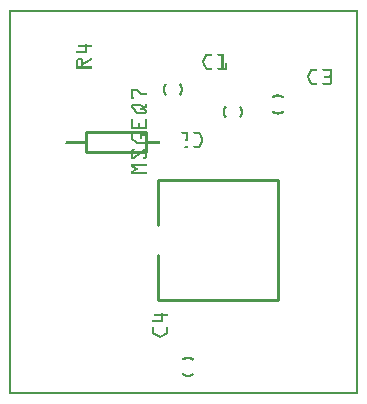
<source format=gto>
G04 MADE WITH FRITZING*
G04 WWW.FRITZING.ORG*
G04 DOUBLE SIDED*
G04 HOLES PLATED*
G04 CONTOUR ON CENTER OF CONTOUR VECTOR*
%ASAXBY*%
%FSLAX23Y23*%
%MOIN*%
%OFA0B0*%
%SFA1.0B1.0*%
%ADD10C,0.010000*%
%ADD11R,0.001000X0.001000*%
%LNSILK1*%
G90*
G70*
G54D10*
X497Y317D02*
X897Y317D01*
D02*
X897Y317D02*
X897Y717D01*
D02*
X897Y717D02*
X497Y717D01*
D02*
X497Y317D02*
X497Y467D01*
D02*
X497Y567D02*
X497Y717D01*
D02*
X257Y875D02*
X457Y875D01*
D02*
X457Y875D02*
X457Y809D01*
D02*
X457Y809D02*
X257Y809D01*
D02*
X257Y809D02*
X257Y875D01*
G54D11*
X0Y1283D02*
X1164Y1283D01*
X0Y1282D02*
X1164Y1282D01*
X0Y1281D02*
X1164Y1281D01*
X0Y1280D02*
X1164Y1280D01*
X0Y1279D02*
X1164Y1279D01*
X0Y1278D02*
X1164Y1278D01*
X0Y1277D02*
X1164Y1277D01*
X0Y1276D02*
X1164Y1276D01*
X0Y1275D02*
X7Y1275D01*
X1157Y1275D02*
X1164Y1275D01*
X0Y1274D02*
X7Y1274D01*
X1157Y1274D02*
X1164Y1274D01*
X0Y1273D02*
X7Y1273D01*
X1157Y1273D02*
X1164Y1273D01*
X0Y1272D02*
X7Y1272D01*
X1157Y1272D02*
X1164Y1272D01*
X0Y1271D02*
X7Y1271D01*
X1157Y1271D02*
X1164Y1271D01*
X0Y1270D02*
X7Y1270D01*
X1157Y1270D02*
X1164Y1270D01*
X0Y1269D02*
X7Y1269D01*
X1157Y1269D02*
X1164Y1269D01*
X0Y1268D02*
X7Y1268D01*
X1157Y1268D02*
X1164Y1268D01*
X0Y1267D02*
X7Y1267D01*
X1157Y1267D02*
X1164Y1267D01*
X0Y1266D02*
X7Y1266D01*
X1157Y1266D02*
X1164Y1266D01*
X0Y1265D02*
X7Y1265D01*
X1157Y1265D02*
X1164Y1265D01*
X0Y1264D02*
X7Y1264D01*
X1157Y1264D02*
X1164Y1264D01*
X0Y1263D02*
X7Y1263D01*
X1157Y1263D02*
X1164Y1263D01*
X0Y1262D02*
X7Y1262D01*
X1157Y1262D02*
X1164Y1262D01*
X0Y1261D02*
X7Y1261D01*
X1157Y1261D02*
X1164Y1261D01*
X0Y1260D02*
X7Y1260D01*
X1157Y1260D02*
X1164Y1260D01*
X0Y1259D02*
X7Y1259D01*
X1157Y1259D02*
X1164Y1259D01*
X0Y1258D02*
X7Y1258D01*
X1157Y1258D02*
X1164Y1258D01*
X0Y1257D02*
X7Y1257D01*
X1157Y1257D02*
X1164Y1257D01*
X0Y1256D02*
X7Y1256D01*
X1157Y1256D02*
X1164Y1256D01*
X0Y1255D02*
X7Y1255D01*
X1157Y1255D02*
X1164Y1255D01*
X0Y1254D02*
X7Y1254D01*
X1157Y1254D02*
X1164Y1254D01*
X0Y1253D02*
X7Y1253D01*
X1157Y1253D02*
X1164Y1253D01*
X0Y1252D02*
X7Y1252D01*
X1157Y1252D02*
X1164Y1252D01*
X0Y1251D02*
X7Y1251D01*
X1157Y1251D02*
X1164Y1251D01*
X0Y1250D02*
X7Y1250D01*
X1157Y1250D02*
X1164Y1250D01*
X0Y1249D02*
X7Y1249D01*
X1157Y1249D02*
X1164Y1249D01*
X0Y1248D02*
X7Y1248D01*
X1157Y1248D02*
X1164Y1248D01*
X0Y1247D02*
X7Y1247D01*
X1157Y1247D02*
X1164Y1247D01*
X0Y1246D02*
X7Y1246D01*
X1157Y1246D02*
X1164Y1246D01*
X0Y1245D02*
X7Y1245D01*
X1157Y1245D02*
X1164Y1245D01*
X0Y1244D02*
X7Y1244D01*
X1157Y1244D02*
X1164Y1244D01*
X0Y1243D02*
X7Y1243D01*
X1157Y1243D02*
X1164Y1243D01*
X0Y1242D02*
X7Y1242D01*
X1157Y1242D02*
X1164Y1242D01*
X0Y1241D02*
X7Y1241D01*
X1157Y1241D02*
X1164Y1241D01*
X0Y1240D02*
X7Y1240D01*
X1157Y1240D02*
X1164Y1240D01*
X0Y1239D02*
X7Y1239D01*
X1157Y1239D02*
X1164Y1239D01*
X0Y1238D02*
X7Y1238D01*
X1157Y1238D02*
X1164Y1238D01*
X0Y1237D02*
X7Y1237D01*
X1157Y1237D02*
X1164Y1237D01*
X0Y1236D02*
X7Y1236D01*
X1157Y1236D02*
X1164Y1236D01*
X0Y1235D02*
X7Y1235D01*
X1157Y1235D02*
X1164Y1235D01*
X0Y1234D02*
X7Y1234D01*
X1157Y1234D02*
X1164Y1234D01*
X0Y1233D02*
X7Y1233D01*
X1157Y1233D02*
X1164Y1233D01*
X0Y1232D02*
X7Y1232D01*
X1157Y1232D02*
X1164Y1232D01*
X0Y1231D02*
X7Y1231D01*
X1157Y1231D02*
X1164Y1231D01*
X0Y1230D02*
X7Y1230D01*
X1157Y1230D02*
X1164Y1230D01*
X0Y1229D02*
X7Y1229D01*
X1157Y1229D02*
X1164Y1229D01*
X0Y1228D02*
X7Y1228D01*
X1157Y1228D02*
X1164Y1228D01*
X0Y1227D02*
X7Y1227D01*
X1157Y1227D02*
X1164Y1227D01*
X0Y1226D02*
X7Y1226D01*
X1157Y1226D02*
X1164Y1226D01*
X0Y1225D02*
X7Y1225D01*
X1157Y1225D02*
X1164Y1225D01*
X0Y1224D02*
X7Y1224D01*
X1157Y1224D02*
X1164Y1224D01*
X0Y1223D02*
X7Y1223D01*
X1157Y1223D02*
X1164Y1223D01*
X0Y1222D02*
X7Y1222D01*
X1157Y1222D02*
X1164Y1222D01*
X0Y1221D02*
X7Y1221D01*
X1157Y1221D02*
X1164Y1221D01*
X0Y1220D02*
X7Y1220D01*
X1157Y1220D02*
X1164Y1220D01*
X0Y1219D02*
X7Y1219D01*
X1157Y1219D02*
X1164Y1219D01*
X0Y1218D02*
X7Y1218D01*
X1157Y1218D02*
X1164Y1218D01*
X0Y1217D02*
X7Y1217D01*
X1157Y1217D02*
X1164Y1217D01*
X0Y1216D02*
X7Y1216D01*
X1157Y1216D02*
X1164Y1216D01*
X0Y1215D02*
X7Y1215D01*
X1157Y1215D02*
X1164Y1215D01*
X0Y1214D02*
X7Y1214D01*
X1157Y1214D02*
X1164Y1214D01*
X0Y1213D02*
X7Y1213D01*
X1157Y1213D02*
X1164Y1213D01*
X0Y1212D02*
X7Y1212D01*
X1157Y1212D02*
X1164Y1212D01*
X0Y1211D02*
X7Y1211D01*
X1157Y1211D02*
X1164Y1211D01*
X0Y1210D02*
X7Y1210D01*
X1157Y1210D02*
X1164Y1210D01*
X0Y1209D02*
X7Y1209D01*
X1157Y1209D02*
X1164Y1209D01*
X0Y1208D02*
X7Y1208D01*
X1157Y1208D02*
X1164Y1208D01*
X0Y1207D02*
X7Y1207D01*
X1157Y1207D02*
X1164Y1207D01*
X0Y1206D02*
X7Y1206D01*
X1157Y1206D02*
X1164Y1206D01*
X0Y1205D02*
X7Y1205D01*
X1157Y1205D02*
X1164Y1205D01*
X0Y1204D02*
X7Y1204D01*
X1157Y1204D02*
X1164Y1204D01*
X0Y1203D02*
X7Y1203D01*
X1157Y1203D02*
X1164Y1203D01*
X0Y1202D02*
X7Y1202D01*
X1157Y1202D02*
X1164Y1202D01*
X0Y1201D02*
X7Y1201D01*
X1157Y1201D02*
X1164Y1201D01*
X0Y1200D02*
X7Y1200D01*
X1157Y1200D02*
X1164Y1200D01*
X0Y1199D02*
X7Y1199D01*
X1157Y1199D02*
X1164Y1199D01*
X0Y1198D02*
X7Y1198D01*
X1157Y1198D02*
X1164Y1198D01*
X0Y1197D02*
X7Y1197D01*
X1157Y1197D02*
X1164Y1197D01*
X0Y1196D02*
X7Y1196D01*
X1157Y1196D02*
X1164Y1196D01*
X0Y1195D02*
X7Y1195D01*
X1157Y1195D02*
X1164Y1195D01*
X0Y1194D02*
X7Y1194D01*
X1157Y1194D02*
X1164Y1194D01*
X0Y1193D02*
X7Y1193D01*
X1157Y1193D02*
X1164Y1193D01*
X0Y1192D02*
X7Y1192D01*
X1157Y1192D02*
X1164Y1192D01*
X0Y1191D02*
X7Y1191D01*
X1157Y1191D02*
X1164Y1191D01*
X0Y1190D02*
X7Y1190D01*
X1157Y1190D02*
X1164Y1190D01*
X0Y1189D02*
X7Y1189D01*
X1157Y1189D02*
X1164Y1189D01*
X0Y1188D02*
X7Y1188D01*
X1157Y1188D02*
X1164Y1188D01*
X0Y1187D02*
X7Y1187D01*
X1157Y1187D02*
X1164Y1187D01*
X0Y1186D02*
X7Y1186D01*
X1157Y1186D02*
X1164Y1186D01*
X0Y1185D02*
X7Y1185D01*
X1157Y1185D02*
X1164Y1185D01*
X0Y1184D02*
X7Y1184D01*
X1157Y1184D02*
X1164Y1184D01*
X0Y1183D02*
X7Y1183D01*
X1157Y1183D02*
X1164Y1183D01*
X0Y1182D02*
X7Y1182D01*
X1157Y1182D02*
X1164Y1182D01*
X0Y1181D02*
X7Y1181D01*
X1157Y1181D02*
X1164Y1181D01*
X0Y1180D02*
X7Y1180D01*
X1157Y1180D02*
X1164Y1180D01*
X0Y1179D02*
X7Y1179D01*
X1157Y1179D02*
X1164Y1179D01*
X0Y1178D02*
X7Y1178D01*
X1157Y1178D02*
X1164Y1178D01*
X0Y1177D02*
X7Y1177D01*
X1157Y1177D02*
X1164Y1177D01*
X0Y1176D02*
X7Y1176D01*
X1157Y1176D02*
X1164Y1176D01*
X0Y1175D02*
X7Y1175D01*
X1157Y1175D02*
X1164Y1175D01*
X0Y1174D02*
X7Y1174D01*
X1157Y1174D02*
X1164Y1174D01*
X0Y1173D02*
X7Y1173D01*
X1157Y1173D02*
X1164Y1173D01*
X0Y1172D02*
X7Y1172D01*
X1157Y1172D02*
X1164Y1172D01*
X0Y1171D02*
X7Y1171D01*
X1157Y1171D02*
X1164Y1171D01*
X0Y1170D02*
X7Y1170D01*
X255Y1170D02*
X258Y1170D01*
X1157Y1170D02*
X1164Y1170D01*
X0Y1169D02*
X7Y1169D01*
X254Y1169D02*
X259Y1169D01*
X1157Y1169D02*
X1164Y1169D01*
X0Y1168D02*
X7Y1168D01*
X254Y1168D02*
X260Y1168D01*
X1157Y1168D02*
X1164Y1168D01*
X0Y1167D02*
X7Y1167D01*
X233Y1167D02*
X275Y1167D01*
X1157Y1167D02*
X1164Y1167D01*
X0Y1166D02*
X7Y1166D01*
X231Y1166D02*
X277Y1166D01*
X1157Y1166D02*
X1164Y1166D01*
X0Y1165D02*
X7Y1165D01*
X231Y1165D02*
X277Y1165D01*
X1157Y1165D02*
X1164Y1165D01*
X0Y1164D02*
X7Y1164D01*
X230Y1164D02*
X277Y1164D01*
X1157Y1164D02*
X1164Y1164D01*
X0Y1163D02*
X7Y1163D01*
X230Y1163D02*
X277Y1163D01*
X1157Y1163D02*
X1164Y1163D01*
X0Y1162D02*
X7Y1162D01*
X231Y1162D02*
X277Y1162D01*
X1157Y1162D02*
X1164Y1162D01*
X0Y1161D02*
X7Y1161D01*
X232Y1161D02*
X276Y1161D01*
X1157Y1161D02*
X1164Y1161D01*
X0Y1160D02*
X7Y1160D01*
X254Y1160D02*
X260Y1160D01*
X1157Y1160D02*
X1164Y1160D01*
X0Y1159D02*
X7Y1159D01*
X254Y1159D02*
X260Y1159D01*
X1157Y1159D02*
X1164Y1159D01*
X0Y1158D02*
X7Y1158D01*
X254Y1158D02*
X260Y1158D01*
X1157Y1158D02*
X1164Y1158D01*
X0Y1157D02*
X7Y1157D01*
X254Y1157D02*
X260Y1157D01*
X1157Y1157D02*
X1164Y1157D01*
X0Y1156D02*
X7Y1156D01*
X254Y1156D02*
X260Y1156D01*
X1157Y1156D02*
X1164Y1156D01*
X0Y1155D02*
X7Y1155D01*
X254Y1155D02*
X260Y1155D01*
X1157Y1155D02*
X1164Y1155D01*
X0Y1154D02*
X7Y1154D01*
X254Y1154D02*
X260Y1154D01*
X1157Y1154D02*
X1164Y1154D01*
X0Y1153D02*
X7Y1153D01*
X254Y1153D02*
X260Y1153D01*
X1157Y1153D02*
X1164Y1153D01*
X0Y1152D02*
X7Y1152D01*
X254Y1152D02*
X260Y1152D01*
X1157Y1152D02*
X1164Y1152D01*
X0Y1151D02*
X7Y1151D01*
X254Y1151D02*
X260Y1151D01*
X1157Y1151D02*
X1164Y1151D01*
X0Y1150D02*
X7Y1150D01*
X254Y1150D02*
X260Y1150D01*
X1157Y1150D02*
X1164Y1150D01*
X0Y1149D02*
X7Y1149D01*
X254Y1149D02*
X260Y1149D01*
X1157Y1149D02*
X1164Y1149D01*
X0Y1148D02*
X7Y1148D01*
X254Y1148D02*
X260Y1148D01*
X1157Y1148D02*
X1164Y1148D01*
X0Y1147D02*
X7Y1147D01*
X254Y1147D02*
X260Y1147D01*
X1157Y1147D02*
X1164Y1147D01*
X0Y1146D02*
X7Y1146D01*
X226Y1146D02*
X260Y1146D01*
X1157Y1146D02*
X1164Y1146D01*
X0Y1145D02*
X7Y1145D01*
X225Y1145D02*
X260Y1145D01*
X1157Y1145D02*
X1164Y1145D01*
X0Y1144D02*
X7Y1144D01*
X225Y1144D02*
X260Y1144D01*
X1157Y1144D02*
X1164Y1144D01*
X0Y1143D02*
X7Y1143D01*
X224Y1143D02*
X260Y1143D01*
X1157Y1143D02*
X1164Y1143D01*
X0Y1142D02*
X7Y1142D01*
X225Y1142D02*
X260Y1142D01*
X1157Y1142D02*
X1164Y1142D01*
X0Y1141D02*
X7Y1141D01*
X225Y1141D02*
X260Y1141D01*
X1157Y1141D02*
X1164Y1141D01*
X0Y1140D02*
X7Y1140D01*
X226Y1140D02*
X260Y1140D01*
X1157Y1140D02*
X1164Y1140D01*
X0Y1139D02*
X7Y1139D01*
X1157Y1139D02*
X1164Y1139D01*
X0Y1138D02*
X7Y1138D01*
X1157Y1138D02*
X1164Y1138D01*
X0Y1137D02*
X7Y1137D01*
X660Y1137D02*
X676Y1137D01*
X697Y1137D02*
X715Y1137D01*
X1157Y1137D02*
X1164Y1137D01*
X0Y1136D02*
X7Y1136D01*
X658Y1136D02*
X678Y1136D01*
X696Y1136D02*
X715Y1136D01*
X1157Y1136D02*
X1164Y1136D01*
X0Y1135D02*
X7Y1135D01*
X656Y1135D02*
X678Y1135D01*
X695Y1135D02*
X715Y1135D01*
X1157Y1135D02*
X1164Y1135D01*
X0Y1134D02*
X7Y1134D01*
X655Y1134D02*
X678Y1134D01*
X695Y1134D02*
X715Y1134D01*
X1157Y1134D02*
X1164Y1134D01*
X0Y1133D02*
X7Y1133D01*
X654Y1133D02*
X678Y1133D01*
X695Y1133D02*
X715Y1133D01*
X1157Y1133D02*
X1164Y1133D01*
X0Y1132D02*
X7Y1132D01*
X654Y1132D02*
X678Y1132D01*
X695Y1132D02*
X715Y1132D01*
X1157Y1132D02*
X1164Y1132D01*
X0Y1131D02*
X7Y1131D01*
X653Y1131D02*
X677Y1131D01*
X696Y1131D02*
X715Y1131D01*
X1157Y1131D02*
X1164Y1131D01*
X0Y1130D02*
X7Y1130D01*
X653Y1130D02*
X660Y1130D01*
X708Y1130D02*
X715Y1130D01*
X1157Y1130D02*
X1164Y1130D01*
X0Y1129D02*
X7Y1129D01*
X652Y1129D02*
X659Y1129D01*
X709Y1129D02*
X715Y1129D01*
X1157Y1129D02*
X1164Y1129D01*
X0Y1128D02*
X7Y1128D01*
X652Y1128D02*
X659Y1128D01*
X709Y1128D02*
X715Y1128D01*
X1157Y1128D02*
X1164Y1128D01*
X0Y1127D02*
X7Y1127D01*
X651Y1127D02*
X658Y1127D01*
X709Y1127D02*
X715Y1127D01*
X1157Y1127D02*
X1164Y1127D01*
X0Y1126D02*
X7Y1126D01*
X651Y1126D02*
X658Y1126D01*
X709Y1126D02*
X715Y1126D01*
X1157Y1126D02*
X1164Y1126D01*
X0Y1125D02*
X7Y1125D01*
X650Y1125D02*
X657Y1125D01*
X709Y1125D02*
X715Y1125D01*
X1157Y1125D02*
X1164Y1125D01*
X0Y1124D02*
X7Y1124D01*
X650Y1124D02*
X657Y1124D01*
X709Y1124D02*
X715Y1124D01*
X1157Y1124D02*
X1164Y1124D01*
X0Y1123D02*
X7Y1123D01*
X649Y1123D02*
X656Y1123D01*
X709Y1123D02*
X715Y1123D01*
X1157Y1123D02*
X1164Y1123D01*
X0Y1122D02*
X7Y1122D01*
X232Y1122D02*
X240Y1122D01*
X273Y1122D02*
X276Y1122D01*
X649Y1122D02*
X656Y1122D01*
X709Y1122D02*
X715Y1122D01*
X1157Y1122D02*
X1164Y1122D01*
X0Y1121D02*
X7Y1121D01*
X230Y1121D02*
X243Y1121D01*
X272Y1121D02*
X277Y1121D01*
X648Y1121D02*
X655Y1121D01*
X709Y1121D02*
X715Y1121D01*
X1157Y1121D02*
X1164Y1121D01*
X0Y1120D02*
X7Y1120D01*
X228Y1120D02*
X244Y1120D01*
X270Y1120D02*
X277Y1120D01*
X648Y1120D02*
X655Y1120D01*
X709Y1120D02*
X715Y1120D01*
X1157Y1120D02*
X1164Y1120D01*
X0Y1119D02*
X7Y1119D01*
X227Y1119D02*
X245Y1119D01*
X268Y1119D02*
X277Y1119D01*
X647Y1119D02*
X654Y1119D01*
X709Y1119D02*
X715Y1119D01*
X1157Y1119D02*
X1164Y1119D01*
X0Y1118D02*
X7Y1118D01*
X226Y1118D02*
X246Y1118D01*
X266Y1118D02*
X277Y1118D01*
X647Y1118D02*
X654Y1118D01*
X709Y1118D02*
X715Y1118D01*
X1157Y1118D02*
X1164Y1118D01*
X0Y1117D02*
X7Y1117D01*
X226Y1117D02*
X247Y1117D01*
X265Y1117D02*
X277Y1117D01*
X646Y1117D02*
X653Y1117D01*
X709Y1117D02*
X715Y1117D01*
X1157Y1117D02*
X1164Y1117D01*
X0Y1116D02*
X7Y1116D01*
X225Y1116D02*
X247Y1116D01*
X263Y1116D02*
X276Y1116D01*
X646Y1116D02*
X653Y1116D01*
X709Y1116D02*
X715Y1116D01*
X1157Y1116D02*
X1164Y1116D01*
X0Y1115D02*
X7Y1115D01*
X225Y1115D02*
X232Y1115D01*
X240Y1115D02*
X248Y1115D01*
X261Y1115D02*
X274Y1115D01*
X646Y1115D02*
X652Y1115D01*
X709Y1115D02*
X715Y1115D01*
X1157Y1115D02*
X1164Y1115D01*
X0Y1114D02*
X7Y1114D01*
X225Y1114D02*
X231Y1114D01*
X241Y1114D02*
X248Y1114D01*
X260Y1114D02*
X273Y1114D01*
X645Y1114D02*
X652Y1114D01*
X709Y1114D02*
X715Y1114D01*
X1157Y1114D02*
X1164Y1114D01*
X0Y1113D02*
X7Y1113D01*
X224Y1113D02*
X231Y1113D01*
X242Y1113D02*
X248Y1113D01*
X258Y1113D02*
X271Y1113D01*
X645Y1113D02*
X651Y1113D01*
X709Y1113D02*
X715Y1113D01*
X1157Y1113D02*
X1164Y1113D01*
X0Y1112D02*
X7Y1112D01*
X224Y1112D02*
X230Y1112D01*
X242Y1112D02*
X248Y1112D01*
X256Y1112D02*
X269Y1112D01*
X645Y1112D02*
X651Y1112D01*
X709Y1112D02*
X715Y1112D01*
X1157Y1112D02*
X1164Y1112D01*
X0Y1111D02*
X7Y1111D01*
X224Y1111D02*
X230Y1111D01*
X242Y1111D02*
X248Y1111D01*
X254Y1111D02*
X267Y1111D01*
X645Y1111D02*
X651Y1111D01*
X709Y1111D02*
X715Y1111D01*
X1157Y1111D02*
X1164Y1111D01*
X0Y1110D02*
X7Y1110D01*
X224Y1110D02*
X230Y1110D01*
X242Y1110D02*
X248Y1110D01*
X253Y1110D02*
X266Y1110D01*
X645Y1110D02*
X651Y1110D01*
X709Y1110D02*
X715Y1110D01*
X1157Y1110D02*
X1164Y1110D01*
X0Y1109D02*
X7Y1109D01*
X224Y1109D02*
X230Y1109D01*
X242Y1109D02*
X248Y1109D01*
X251Y1109D02*
X264Y1109D01*
X645Y1109D02*
X651Y1109D01*
X709Y1109D02*
X715Y1109D01*
X1157Y1109D02*
X1164Y1109D01*
X0Y1108D02*
X7Y1108D01*
X224Y1108D02*
X230Y1108D01*
X242Y1108D02*
X262Y1108D01*
X645Y1108D02*
X651Y1108D01*
X709Y1108D02*
X715Y1108D01*
X1157Y1108D02*
X1164Y1108D01*
X0Y1107D02*
X7Y1107D01*
X224Y1107D02*
X230Y1107D01*
X242Y1107D02*
X261Y1107D01*
X645Y1107D02*
X652Y1107D01*
X709Y1107D02*
X715Y1107D01*
X724Y1107D02*
X727Y1107D01*
X1157Y1107D02*
X1164Y1107D01*
X0Y1106D02*
X7Y1106D01*
X224Y1106D02*
X230Y1106D01*
X242Y1106D02*
X259Y1106D01*
X646Y1106D02*
X652Y1106D01*
X709Y1106D02*
X715Y1106D01*
X723Y1106D02*
X728Y1106D01*
X1157Y1106D02*
X1164Y1106D01*
X0Y1105D02*
X7Y1105D01*
X224Y1105D02*
X230Y1105D01*
X242Y1105D02*
X257Y1105D01*
X646Y1105D02*
X652Y1105D01*
X709Y1105D02*
X715Y1105D01*
X722Y1105D02*
X728Y1105D01*
X1157Y1105D02*
X1164Y1105D01*
X0Y1104D02*
X7Y1104D01*
X224Y1104D02*
X230Y1104D01*
X242Y1104D02*
X255Y1104D01*
X646Y1104D02*
X653Y1104D01*
X709Y1104D02*
X715Y1104D01*
X722Y1104D02*
X728Y1104D01*
X1157Y1104D02*
X1164Y1104D01*
X0Y1103D02*
X7Y1103D01*
X224Y1103D02*
X230Y1103D01*
X242Y1103D02*
X254Y1103D01*
X647Y1103D02*
X653Y1103D01*
X709Y1103D02*
X715Y1103D01*
X722Y1103D02*
X728Y1103D01*
X1157Y1103D02*
X1164Y1103D01*
X0Y1102D02*
X7Y1102D01*
X224Y1102D02*
X230Y1102D01*
X242Y1102D02*
X252Y1102D01*
X647Y1102D02*
X654Y1102D01*
X709Y1102D02*
X715Y1102D01*
X722Y1102D02*
X728Y1102D01*
X1157Y1102D02*
X1164Y1102D01*
X0Y1101D02*
X7Y1101D01*
X224Y1101D02*
X230Y1101D01*
X242Y1101D02*
X250Y1101D01*
X648Y1101D02*
X654Y1101D01*
X709Y1101D02*
X715Y1101D01*
X722Y1101D02*
X728Y1101D01*
X1157Y1101D02*
X1164Y1101D01*
X0Y1100D02*
X7Y1100D01*
X224Y1100D02*
X230Y1100D01*
X242Y1100D02*
X249Y1100D01*
X648Y1100D02*
X655Y1100D01*
X709Y1100D02*
X715Y1100D01*
X722Y1100D02*
X728Y1100D01*
X1157Y1100D02*
X1164Y1100D01*
X0Y1099D02*
X7Y1099D01*
X224Y1099D02*
X230Y1099D01*
X242Y1099D02*
X248Y1099D01*
X649Y1099D02*
X655Y1099D01*
X709Y1099D02*
X715Y1099D01*
X722Y1099D02*
X728Y1099D01*
X1157Y1099D02*
X1164Y1099D01*
X0Y1098D02*
X7Y1098D01*
X224Y1098D02*
X230Y1098D01*
X242Y1098D02*
X248Y1098D01*
X649Y1098D02*
X656Y1098D01*
X709Y1098D02*
X715Y1098D01*
X722Y1098D02*
X728Y1098D01*
X1157Y1098D02*
X1164Y1098D01*
X0Y1097D02*
X7Y1097D01*
X224Y1097D02*
X230Y1097D01*
X242Y1097D02*
X248Y1097D01*
X650Y1097D02*
X656Y1097D01*
X709Y1097D02*
X715Y1097D01*
X722Y1097D02*
X728Y1097D01*
X1157Y1097D02*
X1164Y1097D01*
X0Y1096D02*
X7Y1096D01*
X224Y1096D02*
X230Y1096D01*
X242Y1096D02*
X248Y1096D01*
X650Y1096D02*
X657Y1096D01*
X709Y1096D02*
X715Y1096D01*
X722Y1096D02*
X728Y1096D01*
X1157Y1096D02*
X1164Y1096D01*
X0Y1095D02*
X7Y1095D01*
X224Y1095D02*
X231Y1095D01*
X242Y1095D02*
X248Y1095D01*
X651Y1095D02*
X657Y1095D01*
X709Y1095D02*
X715Y1095D01*
X722Y1095D02*
X728Y1095D01*
X1157Y1095D02*
X1164Y1095D01*
X0Y1094D02*
X7Y1094D01*
X224Y1094D02*
X276Y1094D01*
X651Y1094D02*
X658Y1094D01*
X709Y1094D02*
X715Y1094D01*
X722Y1094D02*
X728Y1094D01*
X1157Y1094D02*
X1164Y1094D01*
X0Y1093D02*
X7Y1093D01*
X224Y1093D02*
X277Y1093D01*
X652Y1093D02*
X658Y1093D01*
X709Y1093D02*
X715Y1093D01*
X722Y1093D02*
X728Y1093D01*
X1157Y1093D02*
X1164Y1093D01*
X0Y1092D02*
X7Y1092D01*
X224Y1092D02*
X277Y1092D01*
X652Y1092D02*
X659Y1092D01*
X709Y1092D02*
X715Y1092D01*
X722Y1092D02*
X728Y1092D01*
X1157Y1092D02*
X1164Y1092D01*
X0Y1091D02*
X7Y1091D01*
X224Y1091D02*
X277Y1091D01*
X653Y1091D02*
X660Y1091D01*
X709Y1091D02*
X715Y1091D01*
X722Y1091D02*
X728Y1091D01*
X1157Y1091D02*
X1164Y1091D01*
X0Y1090D02*
X7Y1090D01*
X224Y1090D02*
X277Y1090D01*
X653Y1090D02*
X676Y1090D01*
X697Y1090D02*
X728Y1090D01*
X1157Y1090D02*
X1164Y1090D01*
X0Y1089D02*
X7Y1089D01*
X224Y1089D02*
X276Y1089D01*
X654Y1089D02*
X677Y1089D01*
X696Y1089D02*
X728Y1089D01*
X1157Y1089D02*
X1164Y1089D01*
X0Y1088D02*
X7Y1088D01*
X225Y1088D02*
X275Y1088D01*
X654Y1088D02*
X678Y1088D01*
X695Y1088D02*
X728Y1088D01*
X1157Y1088D02*
X1164Y1088D01*
X0Y1087D02*
X7Y1087D01*
X655Y1087D02*
X678Y1087D01*
X695Y1087D02*
X728Y1087D01*
X1010Y1087D02*
X1026Y1087D01*
X1047Y1087D02*
X1073Y1087D01*
X1157Y1087D02*
X1164Y1087D01*
X0Y1086D02*
X7Y1086D01*
X656Y1086D02*
X678Y1086D01*
X695Y1086D02*
X728Y1086D01*
X1008Y1086D02*
X1027Y1086D01*
X1045Y1086D02*
X1075Y1086D01*
X1157Y1086D02*
X1164Y1086D01*
X0Y1085D02*
X7Y1085D01*
X657Y1085D02*
X678Y1085D01*
X695Y1085D02*
X728Y1085D01*
X1006Y1085D02*
X1028Y1085D01*
X1045Y1085D02*
X1076Y1085D01*
X1157Y1085D02*
X1164Y1085D01*
X0Y1084D02*
X7Y1084D01*
X659Y1084D02*
X677Y1084D01*
X696Y1084D02*
X727Y1084D01*
X1005Y1084D02*
X1028Y1084D01*
X1045Y1084D02*
X1077Y1084D01*
X1157Y1084D02*
X1164Y1084D01*
X0Y1083D02*
X7Y1083D01*
X1004Y1083D02*
X1028Y1083D01*
X1045Y1083D02*
X1078Y1083D01*
X1157Y1083D02*
X1164Y1083D01*
X0Y1082D02*
X7Y1082D01*
X1004Y1082D02*
X1028Y1082D01*
X1045Y1082D02*
X1078Y1082D01*
X1157Y1082D02*
X1164Y1082D01*
X0Y1081D02*
X7Y1081D01*
X1003Y1081D02*
X1027Y1081D01*
X1046Y1081D02*
X1078Y1081D01*
X1157Y1081D02*
X1164Y1081D01*
X0Y1080D02*
X7Y1080D01*
X1003Y1080D02*
X1010Y1080D01*
X1072Y1080D02*
X1078Y1080D01*
X1157Y1080D02*
X1164Y1080D01*
X0Y1079D02*
X7Y1079D01*
X1002Y1079D02*
X1009Y1079D01*
X1072Y1079D02*
X1078Y1079D01*
X1157Y1079D02*
X1164Y1079D01*
X0Y1078D02*
X7Y1078D01*
X1002Y1078D02*
X1009Y1078D01*
X1072Y1078D02*
X1078Y1078D01*
X1157Y1078D02*
X1164Y1078D01*
X0Y1077D02*
X7Y1077D01*
X1001Y1077D02*
X1008Y1077D01*
X1072Y1077D02*
X1078Y1077D01*
X1157Y1077D02*
X1164Y1077D01*
X0Y1076D02*
X7Y1076D01*
X1001Y1076D02*
X1008Y1076D01*
X1072Y1076D02*
X1078Y1076D01*
X1157Y1076D02*
X1164Y1076D01*
X0Y1075D02*
X7Y1075D01*
X1000Y1075D02*
X1007Y1075D01*
X1072Y1075D02*
X1078Y1075D01*
X1157Y1075D02*
X1164Y1075D01*
X0Y1074D02*
X7Y1074D01*
X1000Y1074D02*
X1007Y1074D01*
X1072Y1074D02*
X1078Y1074D01*
X1157Y1074D02*
X1164Y1074D01*
X0Y1073D02*
X7Y1073D01*
X999Y1073D02*
X1006Y1073D01*
X1072Y1073D02*
X1078Y1073D01*
X1157Y1073D02*
X1164Y1073D01*
X0Y1072D02*
X7Y1072D01*
X999Y1072D02*
X1006Y1072D01*
X1072Y1072D02*
X1078Y1072D01*
X1157Y1072D02*
X1164Y1072D01*
X0Y1071D02*
X7Y1071D01*
X998Y1071D02*
X1005Y1071D01*
X1072Y1071D02*
X1078Y1071D01*
X1157Y1071D02*
X1164Y1071D01*
X0Y1070D02*
X7Y1070D01*
X998Y1070D02*
X1004Y1070D01*
X1072Y1070D02*
X1078Y1070D01*
X1157Y1070D02*
X1164Y1070D01*
X0Y1069D02*
X7Y1069D01*
X997Y1069D02*
X1004Y1069D01*
X1072Y1069D02*
X1078Y1069D01*
X1157Y1069D02*
X1164Y1069D01*
X0Y1068D02*
X7Y1068D01*
X997Y1068D02*
X1003Y1068D01*
X1072Y1068D02*
X1078Y1068D01*
X1157Y1068D02*
X1164Y1068D01*
X0Y1067D02*
X7Y1067D01*
X996Y1067D02*
X1003Y1067D01*
X1072Y1067D02*
X1078Y1067D01*
X1157Y1067D02*
X1164Y1067D01*
X0Y1066D02*
X7Y1066D01*
X996Y1066D02*
X1002Y1066D01*
X1072Y1066D02*
X1078Y1066D01*
X1157Y1066D02*
X1164Y1066D01*
X0Y1065D02*
X7Y1065D01*
X995Y1065D02*
X1002Y1065D01*
X1071Y1065D02*
X1078Y1065D01*
X1157Y1065D02*
X1164Y1065D01*
X0Y1064D02*
X7Y1064D01*
X995Y1064D02*
X1002Y1064D01*
X1069Y1064D02*
X1078Y1064D01*
X1157Y1064D02*
X1164Y1064D01*
X0Y1063D02*
X7Y1063D01*
X995Y1063D02*
X1001Y1063D01*
X1053Y1063D02*
X1077Y1063D01*
X1157Y1063D02*
X1164Y1063D01*
X0Y1062D02*
X7Y1062D01*
X995Y1062D02*
X1001Y1062D01*
X1052Y1062D02*
X1077Y1062D01*
X1157Y1062D02*
X1164Y1062D01*
X0Y1061D02*
X7Y1061D01*
X995Y1061D02*
X1001Y1061D01*
X1052Y1061D02*
X1076Y1061D01*
X1157Y1061D02*
X1164Y1061D01*
X0Y1060D02*
X7Y1060D01*
X995Y1060D02*
X1001Y1060D01*
X1052Y1060D02*
X1076Y1060D01*
X1157Y1060D02*
X1164Y1060D01*
X0Y1059D02*
X7Y1059D01*
X995Y1059D02*
X1001Y1059D01*
X1052Y1059D02*
X1076Y1059D01*
X1157Y1059D02*
X1164Y1059D01*
X0Y1058D02*
X7Y1058D01*
X995Y1058D02*
X1001Y1058D01*
X1052Y1058D02*
X1077Y1058D01*
X1157Y1058D02*
X1164Y1058D01*
X0Y1057D02*
X7Y1057D01*
X995Y1057D02*
X1001Y1057D01*
X1054Y1057D02*
X1078Y1057D01*
X1157Y1057D02*
X1164Y1057D01*
X0Y1056D02*
X7Y1056D01*
X995Y1056D02*
X1002Y1056D01*
X1071Y1056D02*
X1078Y1056D01*
X1157Y1056D02*
X1164Y1056D01*
X0Y1055D02*
X7Y1055D01*
X996Y1055D02*
X1002Y1055D01*
X1072Y1055D02*
X1078Y1055D01*
X1157Y1055D02*
X1164Y1055D01*
X0Y1054D02*
X7Y1054D01*
X996Y1054D02*
X1003Y1054D01*
X1072Y1054D02*
X1078Y1054D01*
X1157Y1054D02*
X1164Y1054D01*
X0Y1053D02*
X7Y1053D01*
X996Y1053D02*
X1003Y1053D01*
X1072Y1053D02*
X1078Y1053D01*
X1157Y1053D02*
X1164Y1053D01*
X0Y1052D02*
X7Y1052D01*
X997Y1052D02*
X1004Y1052D01*
X1072Y1052D02*
X1078Y1052D01*
X1157Y1052D02*
X1164Y1052D01*
X0Y1051D02*
X7Y1051D01*
X997Y1051D02*
X1004Y1051D01*
X1072Y1051D02*
X1078Y1051D01*
X1157Y1051D02*
X1164Y1051D01*
X0Y1050D02*
X7Y1050D01*
X998Y1050D02*
X1005Y1050D01*
X1072Y1050D02*
X1078Y1050D01*
X1157Y1050D02*
X1164Y1050D01*
X0Y1049D02*
X7Y1049D01*
X998Y1049D02*
X1005Y1049D01*
X1072Y1049D02*
X1078Y1049D01*
X1157Y1049D02*
X1164Y1049D01*
X0Y1048D02*
X7Y1048D01*
X999Y1048D02*
X1006Y1048D01*
X1072Y1048D02*
X1078Y1048D01*
X1157Y1048D02*
X1164Y1048D01*
X0Y1047D02*
X7Y1047D01*
X999Y1047D02*
X1006Y1047D01*
X1072Y1047D02*
X1078Y1047D01*
X1157Y1047D02*
X1164Y1047D01*
X0Y1046D02*
X7Y1046D01*
X1000Y1046D02*
X1007Y1046D01*
X1072Y1046D02*
X1078Y1046D01*
X1157Y1046D02*
X1164Y1046D01*
X0Y1045D02*
X7Y1045D01*
X1000Y1045D02*
X1007Y1045D01*
X1072Y1045D02*
X1078Y1045D01*
X1157Y1045D02*
X1164Y1045D01*
X0Y1044D02*
X7Y1044D01*
X1001Y1044D02*
X1008Y1044D01*
X1072Y1044D02*
X1078Y1044D01*
X1157Y1044D02*
X1164Y1044D01*
X0Y1043D02*
X7Y1043D01*
X1001Y1043D02*
X1008Y1043D01*
X1072Y1043D02*
X1078Y1043D01*
X1157Y1043D02*
X1164Y1043D01*
X0Y1042D02*
X7Y1042D01*
X1002Y1042D02*
X1009Y1042D01*
X1072Y1042D02*
X1078Y1042D01*
X1157Y1042D02*
X1164Y1042D01*
X0Y1041D02*
X7Y1041D01*
X1002Y1041D02*
X1010Y1041D01*
X1072Y1041D02*
X1078Y1041D01*
X1157Y1041D02*
X1164Y1041D01*
X0Y1040D02*
X7Y1040D01*
X1003Y1040D02*
X1026Y1040D01*
X1047Y1040D02*
X1078Y1040D01*
X1157Y1040D02*
X1164Y1040D01*
X0Y1039D02*
X7Y1039D01*
X1003Y1039D02*
X1027Y1039D01*
X1046Y1039D02*
X1078Y1039D01*
X1157Y1039D02*
X1164Y1039D01*
X0Y1038D02*
X7Y1038D01*
X520Y1038D02*
X521Y1038D01*
X572Y1038D02*
X573Y1038D01*
X1004Y1038D02*
X1028Y1038D01*
X1045Y1038D02*
X1078Y1038D01*
X1157Y1038D02*
X1164Y1038D01*
X0Y1037D02*
X7Y1037D01*
X520Y1037D02*
X522Y1037D01*
X571Y1037D02*
X574Y1037D01*
X1005Y1037D02*
X1028Y1037D01*
X1045Y1037D02*
X1077Y1037D01*
X1157Y1037D02*
X1164Y1037D01*
X0Y1036D02*
X7Y1036D01*
X519Y1036D02*
X523Y1036D01*
X570Y1036D02*
X574Y1036D01*
X1006Y1036D02*
X1028Y1036D01*
X1045Y1036D02*
X1077Y1036D01*
X1157Y1036D02*
X1164Y1036D01*
X0Y1035D02*
X7Y1035D01*
X518Y1035D02*
X525Y1035D01*
X569Y1035D02*
X575Y1035D01*
X1007Y1035D02*
X1028Y1035D01*
X1045Y1035D02*
X1076Y1035D01*
X1157Y1035D02*
X1164Y1035D01*
X0Y1034D02*
X7Y1034D01*
X518Y1034D02*
X526Y1034D01*
X567Y1034D02*
X576Y1034D01*
X1009Y1034D02*
X1027Y1034D01*
X1046Y1034D02*
X1074Y1034D01*
X1157Y1034D02*
X1164Y1034D01*
X0Y1033D02*
X7Y1033D01*
X517Y1033D02*
X525Y1033D01*
X568Y1033D02*
X576Y1033D01*
X1157Y1033D02*
X1164Y1033D01*
X0Y1032D02*
X7Y1032D01*
X517Y1032D02*
X525Y1032D01*
X568Y1032D02*
X577Y1032D01*
X1157Y1032D02*
X1164Y1032D01*
X0Y1031D02*
X7Y1031D01*
X516Y1031D02*
X524Y1031D01*
X569Y1031D02*
X577Y1031D01*
X1157Y1031D02*
X1164Y1031D01*
X0Y1030D02*
X7Y1030D01*
X516Y1030D02*
X523Y1030D01*
X570Y1030D02*
X577Y1030D01*
X1157Y1030D02*
X1164Y1030D01*
X0Y1029D02*
X7Y1029D01*
X515Y1029D02*
X523Y1029D01*
X570Y1029D02*
X578Y1029D01*
X1157Y1029D02*
X1164Y1029D01*
X0Y1028D02*
X7Y1028D01*
X515Y1028D02*
X522Y1028D01*
X571Y1028D02*
X578Y1028D01*
X1157Y1028D02*
X1164Y1028D01*
X0Y1027D02*
X7Y1027D01*
X515Y1027D02*
X522Y1027D01*
X571Y1027D02*
X578Y1027D01*
X1157Y1027D02*
X1164Y1027D01*
X0Y1026D02*
X7Y1026D01*
X514Y1026D02*
X521Y1026D01*
X572Y1026D02*
X579Y1026D01*
X1157Y1026D02*
X1164Y1026D01*
X0Y1025D02*
X7Y1025D01*
X514Y1025D02*
X521Y1025D01*
X572Y1025D02*
X579Y1025D01*
X1157Y1025D02*
X1164Y1025D01*
X0Y1024D02*
X7Y1024D01*
X514Y1024D02*
X521Y1024D01*
X572Y1024D02*
X579Y1024D01*
X1157Y1024D02*
X1164Y1024D01*
X0Y1023D02*
X7Y1023D01*
X514Y1023D02*
X521Y1023D01*
X573Y1023D02*
X579Y1023D01*
X1157Y1023D02*
X1164Y1023D01*
X0Y1022D02*
X7Y1022D01*
X514Y1022D02*
X520Y1022D01*
X573Y1022D02*
X580Y1022D01*
X1157Y1022D02*
X1164Y1022D01*
X0Y1021D02*
X7Y1021D01*
X513Y1021D02*
X520Y1021D01*
X573Y1021D02*
X580Y1021D01*
X1157Y1021D02*
X1164Y1021D01*
X0Y1020D02*
X7Y1020D01*
X513Y1020D02*
X520Y1020D01*
X573Y1020D02*
X580Y1020D01*
X1157Y1020D02*
X1164Y1020D01*
X0Y1019D02*
X7Y1019D01*
X407Y1019D02*
X430Y1019D01*
X513Y1019D02*
X520Y1019D01*
X573Y1019D02*
X580Y1019D01*
X1157Y1019D02*
X1164Y1019D01*
X0Y1018D02*
X7Y1018D01*
X407Y1018D02*
X431Y1018D01*
X513Y1018D02*
X520Y1018D01*
X573Y1018D02*
X580Y1018D01*
X1157Y1018D02*
X1164Y1018D01*
X0Y1017D02*
X7Y1017D01*
X407Y1017D02*
X432Y1017D01*
X513Y1017D02*
X520Y1017D01*
X573Y1017D02*
X580Y1017D01*
X1157Y1017D02*
X1164Y1017D01*
X0Y1016D02*
X7Y1016D01*
X407Y1016D02*
X432Y1016D01*
X513Y1016D02*
X520Y1016D01*
X573Y1016D02*
X580Y1016D01*
X1157Y1016D02*
X1164Y1016D01*
X0Y1015D02*
X7Y1015D01*
X407Y1015D02*
X433Y1015D01*
X513Y1015D02*
X520Y1015D01*
X573Y1015D02*
X580Y1015D01*
X1157Y1015D02*
X1164Y1015D01*
X0Y1014D02*
X7Y1014D01*
X407Y1014D02*
X434Y1014D01*
X513Y1014D02*
X520Y1014D01*
X573Y1014D02*
X580Y1014D01*
X1157Y1014D02*
X1164Y1014D01*
X0Y1013D02*
X7Y1013D01*
X407Y1013D02*
X435Y1013D01*
X514Y1013D02*
X520Y1013D01*
X573Y1013D02*
X580Y1013D01*
X1157Y1013D02*
X1164Y1013D01*
X0Y1012D02*
X7Y1012D01*
X407Y1012D02*
X413Y1012D01*
X428Y1012D02*
X436Y1012D01*
X514Y1012D02*
X521Y1012D01*
X573Y1012D02*
X579Y1012D01*
X1157Y1012D02*
X1164Y1012D01*
X0Y1011D02*
X7Y1011D01*
X407Y1011D02*
X413Y1011D01*
X428Y1011D02*
X437Y1011D01*
X514Y1011D02*
X521Y1011D01*
X572Y1011D02*
X579Y1011D01*
X1157Y1011D02*
X1164Y1011D01*
X0Y1010D02*
X7Y1010D01*
X407Y1010D02*
X413Y1010D01*
X429Y1010D02*
X438Y1010D01*
X514Y1010D02*
X521Y1010D01*
X572Y1010D02*
X579Y1010D01*
X1157Y1010D02*
X1164Y1010D01*
X0Y1009D02*
X7Y1009D01*
X407Y1009D02*
X413Y1009D01*
X430Y1009D02*
X438Y1009D01*
X514Y1009D02*
X521Y1009D01*
X572Y1009D02*
X579Y1009D01*
X1157Y1009D02*
X1164Y1009D01*
X0Y1008D02*
X7Y1008D01*
X407Y1008D02*
X413Y1008D01*
X431Y1008D02*
X439Y1008D01*
X515Y1008D02*
X522Y1008D01*
X571Y1008D02*
X578Y1008D01*
X1157Y1008D02*
X1164Y1008D01*
X0Y1007D02*
X7Y1007D01*
X407Y1007D02*
X413Y1007D01*
X432Y1007D02*
X440Y1007D01*
X515Y1007D02*
X522Y1007D01*
X571Y1007D02*
X578Y1007D01*
X1157Y1007D02*
X1164Y1007D01*
X0Y1006D02*
X7Y1006D01*
X407Y1006D02*
X413Y1006D01*
X433Y1006D02*
X458Y1006D01*
X515Y1006D02*
X523Y1006D01*
X570Y1006D02*
X578Y1006D01*
X1157Y1006D02*
X1164Y1006D01*
X0Y1005D02*
X7Y1005D01*
X407Y1005D02*
X413Y1005D01*
X434Y1005D02*
X459Y1005D01*
X516Y1005D02*
X523Y1005D01*
X570Y1005D02*
X577Y1005D01*
X1157Y1005D02*
X1164Y1005D01*
X0Y1004D02*
X7Y1004D01*
X407Y1004D02*
X413Y1004D01*
X434Y1004D02*
X460Y1004D01*
X516Y1004D02*
X524Y1004D01*
X569Y1004D02*
X577Y1004D01*
X1157Y1004D02*
X1164Y1004D01*
X0Y1003D02*
X7Y1003D01*
X407Y1003D02*
X413Y1003D01*
X435Y1003D02*
X460Y1003D01*
X517Y1003D02*
X525Y1003D01*
X568Y1003D02*
X577Y1003D01*
X1157Y1003D02*
X1164Y1003D01*
X0Y1002D02*
X7Y1002D01*
X407Y1002D02*
X413Y1002D01*
X436Y1002D02*
X460Y1002D01*
X517Y1002D02*
X525Y1002D01*
X568Y1002D02*
X576Y1002D01*
X1157Y1002D02*
X1164Y1002D01*
X0Y1001D02*
X7Y1001D01*
X407Y1001D02*
X413Y1001D01*
X437Y1001D02*
X460Y1001D01*
X518Y1001D02*
X526Y1001D01*
X567Y1001D02*
X575Y1001D01*
X892Y1001D02*
X901Y1001D01*
X1157Y1001D02*
X1164Y1001D01*
X0Y1000D02*
X7Y1000D01*
X407Y1000D02*
X413Y1000D01*
X438Y1000D02*
X459Y1000D01*
X518Y1000D02*
X525Y1000D01*
X568Y1000D02*
X575Y1000D01*
X887Y1000D02*
X905Y1000D01*
X1157Y1000D02*
X1164Y1000D01*
X0Y999D02*
X7Y999D01*
X407Y999D02*
X413Y999D01*
X519Y999D02*
X523Y999D01*
X570Y999D02*
X574Y999D01*
X885Y999D02*
X908Y999D01*
X1157Y999D02*
X1164Y999D01*
X0Y998D02*
X7Y998D01*
X407Y998D02*
X413Y998D01*
X520Y998D02*
X522Y998D01*
X571Y998D02*
X574Y998D01*
X882Y998D02*
X911Y998D01*
X1157Y998D02*
X1164Y998D01*
X0Y997D02*
X7Y997D01*
X407Y997D02*
X413Y997D01*
X520Y997D02*
X521Y997D01*
X572Y997D02*
X573Y997D01*
X880Y997D02*
X912Y997D01*
X1157Y997D02*
X1164Y997D01*
X0Y996D02*
X7Y996D01*
X407Y996D02*
X413Y996D01*
X879Y996D02*
X914Y996D01*
X1157Y996D02*
X1164Y996D01*
X0Y995D02*
X7Y995D01*
X407Y995D02*
X413Y995D01*
X877Y995D02*
X916Y995D01*
X1157Y995D02*
X1164Y995D01*
X0Y994D02*
X7Y994D01*
X407Y994D02*
X413Y994D01*
X876Y994D02*
X917Y994D01*
X1157Y994D02*
X1164Y994D01*
X0Y993D02*
X7Y993D01*
X407Y993D02*
X413Y993D01*
X876Y993D02*
X890Y993D01*
X903Y993D02*
X917Y993D01*
X1157Y993D02*
X1164Y993D01*
X0Y992D02*
X7Y992D01*
X407Y992D02*
X414Y992D01*
X877Y992D02*
X887Y992D01*
X906Y992D02*
X916Y992D01*
X1157Y992D02*
X1164Y992D01*
X0Y991D02*
X7Y991D01*
X407Y991D02*
X415Y991D01*
X878Y991D02*
X885Y991D01*
X908Y991D02*
X915Y991D01*
X1157Y991D02*
X1164Y991D01*
X0Y990D02*
X7Y990D01*
X407Y990D02*
X416Y990D01*
X879Y990D02*
X883Y990D01*
X910Y990D02*
X914Y990D01*
X1157Y990D02*
X1164Y990D01*
X0Y989D02*
X7Y989D01*
X407Y989D02*
X416Y989D01*
X880Y989D02*
X882Y989D01*
X911Y989D02*
X913Y989D01*
X1157Y989D02*
X1164Y989D01*
X0Y988D02*
X7Y988D01*
X407Y988D02*
X416Y988D01*
X880Y988D02*
X880Y988D01*
X913Y988D02*
X913Y988D01*
X1157Y988D02*
X1164Y988D01*
X0Y987D02*
X7Y987D01*
X408Y987D02*
X416Y987D01*
X1157Y987D02*
X1164Y987D01*
X0Y986D02*
X7Y986D01*
X409Y986D02*
X415Y986D01*
X1157Y986D02*
X1164Y986D01*
X0Y985D02*
X7Y985D01*
X1157Y985D02*
X1164Y985D01*
X0Y984D02*
X7Y984D01*
X1157Y984D02*
X1164Y984D01*
X0Y983D02*
X7Y983D01*
X1157Y983D02*
X1164Y983D01*
X0Y982D02*
X7Y982D01*
X1157Y982D02*
X1164Y982D01*
X0Y981D02*
X7Y981D01*
X1157Y981D02*
X1164Y981D01*
X0Y980D02*
X7Y980D01*
X1157Y980D02*
X1164Y980D01*
X0Y979D02*
X7Y979D01*
X1157Y979D02*
X1164Y979D01*
X0Y978D02*
X7Y978D01*
X1157Y978D02*
X1164Y978D01*
X0Y977D02*
X7Y977D01*
X1157Y977D02*
X1164Y977D01*
X0Y976D02*
X7Y976D01*
X1157Y976D02*
X1164Y976D01*
X0Y975D02*
X7Y975D01*
X1157Y975D02*
X1164Y975D01*
X0Y974D02*
X7Y974D01*
X1157Y974D02*
X1164Y974D01*
X0Y973D02*
X7Y973D01*
X1157Y973D02*
X1164Y973D01*
X0Y972D02*
X7Y972D01*
X1157Y972D02*
X1164Y972D01*
X0Y971D02*
X7Y971D01*
X1157Y971D02*
X1164Y971D01*
X0Y970D02*
X7Y970D01*
X416Y970D02*
X434Y970D01*
X1157Y970D02*
X1164Y970D01*
X0Y969D02*
X7Y969D01*
X412Y969D02*
X439Y969D01*
X456Y969D02*
X459Y969D01*
X1157Y969D02*
X1164Y969D01*
X0Y968D02*
X7Y968D01*
X410Y968D02*
X441Y968D01*
X455Y968D02*
X460Y968D01*
X1157Y968D02*
X1164Y968D01*
X0Y967D02*
X7Y967D01*
X409Y967D02*
X443Y967D01*
X454Y967D02*
X460Y967D01*
X1157Y967D02*
X1164Y967D01*
X0Y966D02*
X7Y966D01*
X409Y966D02*
X444Y966D01*
X454Y966D02*
X460Y966D01*
X1157Y966D02*
X1164Y966D01*
X0Y965D02*
X7Y965D01*
X408Y965D02*
X445Y965D01*
X454Y965D02*
X460Y965D01*
X1157Y965D02*
X1164Y965D01*
X0Y964D02*
X7Y964D01*
X408Y964D02*
X446Y964D01*
X454Y964D02*
X460Y964D01*
X1157Y964D02*
X1164Y964D01*
X0Y963D02*
X7Y963D01*
X407Y963D02*
X447Y963D01*
X454Y963D02*
X460Y963D01*
X720Y963D02*
X721Y963D01*
X772Y963D02*
X773Y963D01*
X1157Y963D02*
X1164Y963D01*
X0Y962D02*
X7Y962D01*
X407Y962D02*
X414Y962D01*
X439Y962D02*
X448Y962D01*
X454Y962D02*
X460Y962D01*
X719Y962D02*
X722Y962D01*
X771Y962D02*
X774Y962D01*
X1157Y962D02*
X1164Y962D01*
X0Y961D02*
X7Y961D01*
X407Y961D02*
X413Y961D01*
X440Y961D02*
X449Y961D01*
X452Y961D02*
X460Y961D01*
X719Y961D02*
X723Y961D01*
X770Y961D02*
X774Y961D01*
X1157Y961D02*
X1164Y961D01*
X0Y960D02*
X7Y960D01*
X407Y960D02*
X414Y960D01*
X441Y960D02*
X460Y960D01*
X718Y960D02*
X725Y960D01*
X768Y960D02*
X775Y960D01*
X1157Y960D02*
X1164Y960D01*
X0Y959D02*
X7Y959D01*
X408Y959D02*
X415Y959D01*
X442Y959D02*
X460Y959D01*
X717Y959D02*
X726Y959D01*
X767Y959D02*
X776Y959D01*
X1157Y959D02*
X1164Y959D01*
X0Y958D02*
X7Y958D01*
X408Y958D02*
X416Y958D01*
X443Y958D02*
X460Y958D01*
X717Y958D02*
X725Y958D01*
X768Y958D02*
X776Y958D01*
X1157Y958D02*
X1164Y958D01*
X0Y957D02*
X7Y957D01*
X409Y957D02*
X417Y957D01*
X442Y957D02*
X460Y957D01*
X716Y957D02*
X725Y957D01*
X768Y957D02*
X777Y957D01*
X1157Y957D02*
X1164Y957D01*
X0Y956D02*
X7Y956D01*
X409Y956D02*
X417Y956D01*
X439Y956D02*
X457Y956D01*
X716Y956D02*
X724Y956D01*
X769Y956D02*
X777Y956D01*
X1157Y956D02*
X1164Y956D01*
X0Y955D02*
X7Y955D01*
X410Y955D02*
X418Y955D01*
X438Y955D02*
X455Y955D01*
X716Y955D02*
X723Y955D01*
X770Y955D02*
X777Y955D01*
X1157Y955D02*
X1164Y955D01*
X0Y954D02*
X7Y954D01*
X411Y954D02*
X419Y954D01*
X437Y954D02*
X454Y954D01*
X715Y954D02*
X723Y954D01*
X770Y954D02*
X778Y954D01*
X1157Y954D02*
X1164Y954D01*
X0Y953D02*
X7Y953D01*
X412Y953D02*
X420Y953D01*
X437Y953D02*
X455Y953D01*
X715Y953D02*
X722Y953D01*
X771Y953D02*
X778Y953D01*
X1157Y953D02*
X1164Y953D01*
X0Y952D02*
X7Y952D01*
X413Y952D02*
X421Y952D01*
X437Y952D02*
X456Y952D01*
X715Y952D02*
X722Y952D01*
X771Y952D02*
X778Y952D01*
X1157Y952D02*
X1164Y952D01*
X0Y951D02*
X7Y951D01*
X413Y951D02*
X422Y951D01*
X437Y951D02*
X445Y951D01*
X449Y951D02*
X457Y951D01*
X714Y951D02*
X721Y951D01*
X772Y951D02*
X779Y951D01*
X1157Y951D02*
X1164Y951D01*
X0Y950D02*
X7Y950D01*
X414Y950D02*
X423Y950D01*
X438Y950D02*
X442Y950D01*
X450Y950D02*
X458Y950D01*
X714Y950D02*
X721Y950D01*
X772Y950D02*
X779Y950D01*
X1157Y950D02*
X1164Y950D01*
X0Y949D02*
X7Y949D01*
X415Y949D02*
X423Y949D01*
X451Y949D02*
X459Y949D01*
X714Y949D02*
X721Y949D01*
X772Y949D02*
X779Y949D01*
X1157Y949D02*
X1164Y949D01*
X0Y948D02*
X7Y948D01*
X416Y948D02*
X424Y948D01*
X451Y948D02*
X459Y948D01*
X714Y948D02*
X720Y948D01*
X772Y948D02*
X779Y948D01*
X1157Y948D02*
X1164Y948D01*
X0Y947D02*
X7Y947D01*
X417Y947D02*
X425Y947D01*
X452Y947D02*
X460Y947D01*
X713Y947D02*
X720Y947D01*
X773Y947D02*
X779Y947D01*
X880Y947D02*
X880Y947D01*
X913Y947D02*
X913Y947D01*
X1157Y947D02*
X1164Y947D01*
X0Y946D02*
X7Y946D01*
X418Y946D02*
X426Y946D01*
X453Y946D02*
X460Y946D01*
X713Y946D02*
X720Y946D01*
X773Y946D02*
X780Y946D01*
X879Y946D02*
X882Y946D01*
X911Y946D02*
X914Y946D01*
X1157Y946D02*
X1164Y946D01*
X0Y945D02*
X7Y945D01*
X419Y945D02*
X427Y945D01*
X454Y945D02*
X460Y945D01*
X713Y945D02*
X720Y945D01*
X773Y945D02*
X780Y945D01*
X879Y945D02*
X883Y945D01*
X909Y945D02*
X914Y945D01*
X1157Y945D02*
X1164Y945D01*
X0Y944D02*
X7Y944D01*
X419Y944D02*
X428Y944D01*
X454Y944D02*
X460Y944D01*
X713Y944D02*
X720Y944D01*
X773Y944D02*
X780Y944D01*
X878Y944D02*
X885Y944D01*
X908Y944D02*
X915Y944D01*
X1157Y944D02*
X1164Y944D01*
X0Y943D02*
X7Y943D01*
X420Y943D02*
X429Y943D01*
X454Y943D02*
X460Y943D01*
X713Y943D02*
X720Y943D01*
X773Y943D02*
X780Y943D01*
X877Y943D02*
X887Y943D01*
X905Y943D02*
X916Y943D01*
X1157Y943D02*
X1164Y943D01*
X0Y942D02*
X7Y942D01*
X421Y942D02*
X460Y942D01*
X713Y942D02*
X720Y942D01*
X773Y942D02*
X780Y942D01*
X876Y942D02*
X891Y942D01*
X902Y942D02*
X917Y942D01*
X1157Y942D02*
X1164Y942D01*
X0Y941D02*
X7Y941D01*
X422Y941D02*
X460Y941D01*
X713Y941D02*
X720Y941D01*
X773Y941D02*
X780Y941D01*
X876Y941D02*
X916Y941D01*
X1157Y941D02*
X1164Y941D01*
X0Y940D02*
X7Y940D01*
X423Y940D02*
X459Y940D01*
X713Y940D02*
X720Y940D01*
X773Y940D02*
X780Y940D01*
X877Y940D02*
X915Y940D01*
X1157Y940D02*
X1164Y940D01*
X0Y939D02*
X7Y939D01*
X424Y939D02*
X459Y939D01*
X713Y939D02*
X720Y939D01*
X773Y939D02*
X780Y939D01*
X879Y939D02*
X914Y939D01*
X1157Y939D02*
X1164Y939D01*
X0Y938D02*
X7Y938D01*
X425Y938D02*
X458Y938D01*
X714Y938D02*
X720Y938D01*
X773Y938D02*
X779Y938D01*
X881Y938D02*
X912Y938D01*
X1157Y938D02*
X1164Y938D01*
X0Y937D02*
X7Y937D01*
X427Y937D02*
X457Y937D01*
X714Y937D02*
X720Y937D01*
X772Y937D02*
X779Y937D01*
X883Y937D02*
X910Y937D01*
X1157Y937D02*
X1164Y937D01*
X0Y936D02*
X7Y936D01*
X429Y936D02*
X455Y936D01*
X714Y936D02*
X721Y936D01*
X772Y936D02*
X779Y936D01*
X885Y936D02*
X908Y936D01*
X1157Y936D02*
X1164Y936D01*
X0Y935D02*
X7Y935D01*
X714Y935D02*
X721Y935D01*
X772Y935D02*
X779Y935D01*
X888Y935D02*
X905Y935D01*
X1157Y935D02*
X1164Y935D01*
X0Y934D02*
X7Y934D01*
X714Y934D02*
X721Y934D01*
X772Y934D02*
X779Y934D01*
X893Y934D02*
X899Y934D01*
X1157Y934D02*
X1164Y934D01*
X0Y933D02*
X7Y933D01*
X715Y933D02*
X722Y933D01*
X771Y933D02*
X778Y933D01*
X1157Y933D02*
X1164Y933D01*
X0Y932D02*
X7Y932D01*
X715Y932D02*
X722Y932D01*
X771Y932D02*
X778Y932D01*
X1157Y932D02*
X1164Y932D01*
X0Y931D02*
X7Y931D01*
X715Y931D02*
X723Y931D01*
X770Y931D02*
X778Y931D01*
X1157Y931D02*
X1164Y931D01*
X0Y930D02*
X7Y930D01*
X716Y930D02*
X723Y930D01*
X770Y930D02*
X777Y930D01*
X1157Y930D02*
X1164Y930D01*
X0Y929D02*
X7Y929D01*
X716Y929D02*
X724Y929D01*
X769Y929D02*
X777Y929D01*
X1157Y929D02*
X1164Y929D01*
X0Y928D02*
X7Y928D01*
X716Y928D02*
X725Y928D01*
X768Y928D02*
X776Y928D01*
X1157Y928D02*
X1164Y928D01*
X0Y927D02*
X7Y927D01*
X717Y927D02*
X725Y927D01*
X768Y927D02*
X776Y927D01*
X1157Y927D02*
X1164Y927D01*
X0Y926D02*
X7Y926D01*
X718Y926D02*
X726Y926D01*
X767Y926D02*
X775Y926D01*
X1157Y926D02*
X1164Y926D01*
X0Y925D02*
X7Y925D01*
X718Y925D02*
X724Y925D01*
X769Y925D02*
X775Y925D01*
X1157Y925D02*
X1164Y925D01*
X0Y924D02*
X7Y924D01*
X719Y924D02*
X723Y924D01*
X770Y924D02*
X774Y924D01*
X1157Y924D02*
X1164Y924D01*
X0Y923D02*
X7Y923D01*
X719Y923D02*
X722Y923D01*
X771Y923D02*
X773Y923D01*
X1157Y923D02*
X1164Y923D01*
X0Y922D02*
X7Y922D01*
X720Y922D02*
X721Y922D01*
X772Y922D02*
X772Y922D01*
X1157Y922D02*
X1164Y922D01*
X0Y921D02*
X7Y921D01*
X1157Y921D02*
X1164Y921D01*
X0Y920D02*
X7Y920D01*
X1157Y920D02*
X1164Y920D01*
X0Y919D02*
X7Y919D01*
X408Y919D02*
X412Y919D01*
X456Y919D02*
X459Y919D01*
X1157Y919D02*
X1164Y919D01*
X0Y918D02*
X7Y918D01*
X408Y918D02*
X413Y918D01*
X455Y918D02*
X460Y918D01*
X1157Y918D02*
X1164Y918D01*
X0Y917D02*
X7Y917D01*
X407Y917D02*
X413Y917D01*
X454Y917D02*
X460Y917D01*
X1157Y917D02*
X1164Y917D01*
X0Y916D02*
X7Y916D01*
X407Y916D02*
X413Y916D01*
X454Y916D02*
X460Y916D01*
X1157Y916D02*
X1164Y916D01*
X0Y915D02*
X7Y915D01*
X407Y915D02*
X413Y915D01*
X454Y915D02*
X460Y915D01*
X1157Y915D02*
X1164Y915D01*
X0Y914D02*
X7Y914D01*
X407Y914D02*
X413Y914D01*
X454Y914D02*
X460Y914D01*
X1157Y914D02*
X1164Y914D01*
X0Y913D02*
X7Y913D01*
X407Y913D02*
X413Y913D01*
X454Y913D02*
X460Y913D01*
X1157Y913D02*
X1164Y913D01*
X0Y912D02*
X7Y912D01*
X407Y912D02*
X413Y912D01*
X454Y912D02*
X460Y912D01*
X1157Y912D02*
X1164Y912D01*
X0Y911D02*
X7Y911D01*
X407Y911D02*
X413Y911D01*
X454Y911D02*
X460Y911D01*
X1157Y911D02*
X1164Y911D01*
X0Y910D02*
X7Y910D01*
X407Y910D02*
X413Y910D01*
X454Y910D02*
X460Y910D01*
X1157Y910D02*
X1164Y910D01*
X0Y909D02*
X7Y909D01*
X407Y909D02*
X413Y909D01*
X454Y909D02*
X460Y909D01*
X1157Y909D02*
X1164Y909D01*
X0Y908D02*
X7Y908D01*
X407Y908D02*
X413Y908D01*
X454Y908D02*
X460Y908D01*
X1157Y908D02*
X1164Y908D01*
X0Y907D02*
X7Y907D01*
X407Y907D02*
X413Y907D01*
X454Y907D02*
X460Y907D01*
X1157Y907D02*
X1164Y907D01*
X0Y906D02*
X7Y906D01*
X407Y906D02*
X413Y906D01*
X433Y906D02*
X434Y906D01*
X454Y906D02*
X460Y906D01*
X1157Y906D02*
X1164Y906D01*
X0Y905D02*
X7Y905D01*
X407Y905D02*
X413Y905D01*
X432Y905D02*
X436Y905D01*
X454Y905D02*
X460Y905D01*
X1157Y905D02*
X1164Y905D01*
X0Y904D02*
X7Y904D01*
X407Y904D02*
X413Y904D01*
X431Y904D02*
X437Y904D01*
X454Y904D02*
X460Y904D01*
X1157Y904D02*
X1164Y904D01*
X0Y903D02*
X7Y903D01*
X407Y903D02*
X413Y903D01*
X431Y903D02*
X437Y903D01*
X454Y903D02*
X460Y903D01*
X1157Y903D02*
X1164Y903D01*
X0Y902D02*
X7Y902D01*
X407Y902D02*
X413Y902D01*
X431Y902D02*
X437Y902D01*
X454Y902D02*
X460Y902D01*
X1157Y902D02*
X1164Y902D01*
X0Y901D02*
X7Y901D01*
X407Y901D02*
X413Y901D01*
X431Y901D02*
X437Y901D01*
X454Y901D02*
X460Y901D01*
X1157Y901D02*
X1164Y901D01*
X0Y900D02*
X7Y900D01*
X407Y900D02*
X413Y900D01*
X431Y900D02*
X437Y900D01*
X454Y900D02*
X460Y900D01*
X1157Y900D02*
X1164Y900D01*
X0Y899D02*
X7Y899D01*
X407Y899D02*
X413Y899D01*
X431Y899D02*
X437Y899D01*
X454Y899D02*
X460Y899D01*
X1157Y899D02*
X1164Y899D01*
X0Y898D02*
X7Y898D01*
X407Y898D02*
X413Y898D01*
X431Y898D02*
X437Y898D01*
X454Y898D02*
X460Y898D01*
X1157Y898D02*
X1164Y898D01*
X0Y897D02*
X7Y897D01*
X407Y897D02*
X413Y897D01*
X431Y897D02*
X437Y897D01*
X454Y897D02*
X460Y897D01*
X1157Y897D02*
X1164Y897D01*
X0Y896D02*
X7Y896D01*
X407Y896D02*
X413Y896D01*
X431Y896D02*
X437Y896D01*
X454Y896D02*
X460Y896D01*
X1157Y896D02*
X1164Y896D01*
X0Y895D02*
X7Y895D01*
X407Y895D02*
X413Y895D01*
X431Y895D02*
X437Y895D01*
X454Y895D02*
X460Y895D01*
X1157Y895D02*
X1164Y895D01*
X0Y894D02*
X7Y894D01*
X407Y894D02*
X413Y894D01*
X431Y894D02*
X437Y894D01*
X454Y894D02*
X460Y894D01*
X1157Y894D02*
X1164Y894D01*
X0Y893D02*
X7Y893D01*
X407Y893D02*
X413Y893D01*
X431Y893D02*
X437Y893D01*
X454Y893D02*
X460Y893D01*
X1157Y893D02*
X1164Y893D01*
X0Y892D02*
X7Y892D01*
X407Y892D02*
X460Y892D01*
X1157Y892D02*
X1164Y892D01*
X0Y891D02*
X7Y891D01*
X407Y891D02*
X460Y891D01*
X1157Y891D02*
X1164Y891D01*
X0Y890D02*
X7Y890D01*
X407Y890D02*
X460Y890D01*
X1157Y890D02*
X1164Y890D01*
X0Y889D02*
X7Y889D01*
X407Y889D02*
X460Y889D01*
X1157Y889D02*
X1164Y889D01*
X0Y888D02*
X7Y888D01*
X407Y888D02*
X460Y888D01*
X1157Y888D02*
X1164Y888D01*
X0Y887D02*
X7Y887D01*
X407Y887D02*
X460Y887D01*
X1157Y887D02*
X1164Y887D01*
X0Y886D02*
X7Y886D01*
X407Y886D02*
X460Y886D01*
X1157Y886D02*
X1164Y886D01*
X0Y885D02*
X7Y885D01*
X1157Y885D02*
X1164Y885D01*
X0Y884D02*
X7Y884D01*
X1157Y884D02*
X1164Y884D01*
X0Y883D02*
X7Y883D01*
X1157Y883D02*
X1164Y883D01*
X0Y882D02*
X7Y882D01*
X1157Y882D02*
X1164Y882D01*
X0Y881D02*
X7Y881D01*
X1157Y881D02*
X1164Y881D01*
X0Y880D02*
X7Y880D01*
X1157Y880D02*
X1164Y880D01*
X0Y879D02*
X7Y879D01*
X1157Y879D02*
X1164Y879D01*
X0Y878D02*
X7Y878D01*
X1157Y878D02*
X1164Y878D01*
X0Y877D02*
X7Y877D01*
X1157Y877D02*
X1164Y877D01*
X0Y876D02*
X7Y876D01*
X572Y876D02*
X598Y876D01*
X616Y876D02*
X634Y876D01*
X1157Y876D02*
X1164Y876D01*
X0Y875D02*
X7Y875D01*
X573Y875D02*
X598Y875D01*
X615Y875D02*
X636Y875D01*
X1157Y875D02*
X1164Y875D01*
X0Y874D02*
X7Y874D01*
X574Y874D02*
X598Y874D01*
X615Y874D02*
X637Y874D01*
X1157Y874D02*
X1164Y874D01*
X0Y873D02*
X7Y873D01*
X575Y873D02*
X598Y873D01*
X615Y873D02*
X638Y873D01*
X1157Y873D02*
X1164Y873D01*
X0Y872D02*
X7Y872D01*
X576Y872D02*
X598Y872D01*
X615Y872D02*
X639Y872D01*
X1157Y872D02*
X1164Y872D01*
X0Y871D02*
X7Y871D01*
X577Y871D02*
X598Y871D01*
X616Y871D02*
X639Y871D01*
X1157Y871D02*
X1164Y871D01*
X0Y870D02*
X7Y870D01*
X437Y870D02*
X450Y870D01*
X578Y870D02*
X598Y870D01*
X618Y870D02*
X640Y870D01*
X1157Y870D02*
X1164Y870D01*
X0Y869D02*
X7Y869D01*
X408Y869D02*
X412Y869D01*
X437Y869D02*
X454Y869D01*
X592Y869D02*
X598Y869D01*
X633Y869D02*
X640Y869D01*
X1157Y869D02*
X1164Y869D01*
X0Y868D02*
X7Y868D01*
X408Y868D02*
X413Y868D01*
X437Y868D02*
X456Y868D01*
X592Y868D02*
X598Y868D01*
X634Y868D02*
X641Y868D01*
X1157Y868D02*
X1164Y868D01*
X0Y867D02*
X7Y867D01*
X407Y867D02*
X413Y867D01*
X437Y867D02*
X457Y867D01*
X592Y867D02*
X598Y867D01*
X635Y867D02*
X641Y867D01*
X1157Y867D02*
X1164Y867D01*
X0Y866D02*
X7Y866D01*
X407Y866D02*
X413Y866D01*
X437Y866D02*
X458Y866D01*
X592Y866D02*
X598Y866D01*
X635Y866D02*
X642Y866D01*
X1157Y866D02*
X1164Y866D01*
X0Y865D02*
X7Y865D01*
X407Y865D02*
X413Y865D01*
X437Y865D02*
X459Y865D01*
X592Y865D02*
X598Y865D01*
X636Y865D02*
X642Y865D01*
X1157Y865D02*
X1164Y865D01*
X0Y864D02*
X7Y864D01*
X407Y864D02*
X413Y864D01*
X437Y864D02*
X459Y864D01*
X592Y864D02*
X598Y864D01*
X636Y864D02*
X643Y864D01*
X1157Y864D02*
X1164Y864D01*
X0Y863D02*
X7Y863D01*
X407Y863D02*
X413Y863D01*
X437Y863D02*
X443Y863D01*
X451Y863D02*
X460Y863D01*
X592Y863D02*
X598Y863D01*
X637Y863D02*
X643Y863D01*
X1157Y863D02*
X1164Y863D01*
X0Y862D02*
X7Y862D01*
X407Y862D02*
X413Y862D01*
X437Y862D02*
X443Y862D01*
X453Y862D02*
X460Y862D01*
X592Y862D02*
X598Y862D01*
X637Y862D02*
X644Y862D01*
X1157Y862D02*
X1164Y862D01*
X0Y861D02*
X7Y861D01*
X407Y861D02*
X413Y861D01*
X437Y861D02*
X443Y861D01*
X454Y861D02*
X460Y861D01*
X592Y861D02*
X598Y861D01*
X638Y861D02*
X644Y861D01*
X1157Y861D02*
X1164Y861D01*
X0Y860D02*
X7Y860D01*
X407Y860D02*
X413Y860D01*
X437Y860D02*
X443Y860D01*
X454Y860D02*
X460Y860D01*
X592Y860D02*
X598Y860D01*
X638Y860D02*
X645Y860D01*
X1157Y860D02*
X1164Y860D01*
X0Y859D02*
X7Y859D01*
X407Y859D02*
X413Y859D01*
X437Y859D02*
X443Y859D01*
X454Y859D02*
X460Y859D01*
X592Y859D02*
X598Y859D01*
X639Y859D02*
X645Y859D01*
X1157Y859D02*
X1164Y859D01*
X0Y858D02*
X7Y858D01*
X407Y858D02*
X413Y858D01*
X437Y858D02*
X443Y858D01*
X454Y858D02*
X460Y858D01*
X592Y858D02*
X598Y858D01*
X639Y858D02*
X646Y858D01*
X1157Y858D02*
X1164Y858D01*
X0Y857D02*
X7Y857D01*
X407Y857D02*
X413Y857D01*
X437Y857D02*
X443Y857D01*
X454Y857D02*
X460Y857D01*
X592Y857D02*
X598Y857D01*
X640Y857D02*
X646Y857D01*
X1157Y857D02*
X1164Y857D01*
X0Y856D02*
X7Y856D01*
X407Y856D02*
X413Y856D01*
X437Y856D02*
X443Y856D01*
X454Y856D02*
X460Y856D01*
X592Y856D02*
X598Y856D01*
X640Y856D02*
X647Y856D01*
X1157Y856D02*
X1164Y856D01*
X0Y855D02*
X7Y855D01*
X407Y855D02*
X414Y855D01*
X437Y855D02*
X442Y855D01*
X454Y855D02*
X460Y855D01*
X592Y855D02*
X598Y855D01*
X641Y855D02*
X647Y855D01*
X1157Y855D02*
X1164Y855D01*
X0Y854D02*
X7Y854D01*
X407Y854D02*
X414Y854D01*
X438Y854D02*
X442Y854D01*
X454Y854D02*
X460Y854D01*
X592Y854D02*
X598Y854D01*
X641Y854D02*
X648Y854D01*
X1157Y854D02*
X1164Y854D01*
X0Y853D02*
X7Y853D01*
X408Y853D02*
X415Y853D01*
X439Y853D02*
X441Y853D01*
X454Y853D02*
X460Y853D01*
X588Y853D02*
X598Y853D01*
X642Y853D02*
X648Y853D01*
X1157Y853D02*
X1164Y853D01*
X0Y852D02*
X7Y852D01*
X408Y852D02*
X416Y852D01*
X454Y852D02*
X460Y852D01*
X588Y852D02*
X598Y852D01*
X642Y852D02*
X648Y852D01*
X1157Y852D02*
X1164Y852D01*
X0Y851D02*
X7Y851D01*
X409Y851D02*
X418Y851D01*
X454Y851D02*
X460Y851D01*
X588Y851D02*
X598Y851D01*
X642Y851D02*
X648Y851D01*
X1157Y851D02*
X1164Y851D01*
X0Y850D02*
X7Y850D01*
X409Y850D02*
X419Y850D01*
X454Y850D02*
X460Y850D01*
X589Y850D02*
X597Y850D01*
X642Y850D02*
X648Y850D01*
X1157Y850D02*
X1164Y850D01*
X0Y849D02*
X7Y849D01*
X410Y849D02*
X420Y849D01*
X454Y849D02*
X460Y849D01*
X589Y849D02*
X597Y849D01*
X642Y849D02*
X648Y849D01*
X1157Y849D02*
X1164Y849D01*
X0Y848D02*
X7Y848D01*
X411Y848D02*
X422Y848D01*
X454Y848D02*
X460Y848D01*
X589Y848D02*
X596Y848D01*
X642Y848D02*
X648Y848D01*
X1157Y848D02*
X1164Y848D01*
X0Y847D02*
X7Y847D01*
X189Y847D02*
X256Y847D01*
X412Y847D02*
X423Y847D01*
X454Y847D02*
X504Y847D01*
X589Y847D02*
X594Y847D01*
X642Y847D02*
X648Y847D01*
X1157Y847D02*
X1164Y847D01*
X0Y846D02*
X7Y846D01*
X190Y846D02*
X256Y846D01*
X414Y846D02*
X424Y846D01*
X454Y846D02*
X504Y846D01*
X641Y846D02*
X648Y846D01*
X1157Y846D02*
X1164Y846D01*
X0Y845D02*
X7Y845D01*
X190Y845D02*
X256Y845D01*
X415Y845D02*
X425Y845D01*
X454Y845D02*
X504Y845D01*
X641Y845D02*
X647Y845D01*
X1157Y845D02*
X1164Y845D01*
X0Y844D02*
X7Y844D01*
X190Y844D02*
X256Y844D01*
X416Y844D02*
X427Y844D01*
X454Y844D02*
X504Y844D01*
X640Y844D02*
X647Y844D01*
X1157Y844D02*
X1164Y844D01*
X0Y843D02*
X7Y843D01*
X190Y843D02*
X256Y843D01*
X418Y843D02*
X429Y843D01*
X453Y843D02*
X504Y843D01*
X640Y843D02*
X647Y843D01*
X1157Y843D02*
X1164Y843D01*
X0Y842D02*
X7Y842D01*
X190Y842D02*
X256Y842D01*
X419Y842D02*
X504Y842D01*
X639Y842D02*
X646Y842D01*
X1157Y842D02*
X1164Y842D01*
X0Y841D02*
X7Y841D01*
X190Y841D02*
X256Y841D01*
X420Y841D02*
X504Y841D01*
X639Y841D02*
X646Y841D01*
X1157Y841D02*
X1164Y841D01*
X0Y840D02*
X7Y840D01*
X190Y840D02*
X256Y840D01*
X421Y840D02*
X504Y840D01*
X638Y840D02*
X645Y840D01*
X1157Y840D02*
X1164Y840D01*
X0Y839D02*
X7Y839D01*
X189Y839D02*
X256Y839D01*
X423Y839D02*
X504Y839D01*
X638Y839D02*
X645Y839D01*
X1157Y839D02*
X1164Y839D01*
X0Y838D02*
X7Y838D01*
X189Y838D02*
X256Y838D01*
X424Y838D02*
X504Y838D01*
X637Y838D02*
X644Y838D01*
X1157Y838D02*
X1164Y838D01*
X0Y837D02*
X7Y837D01*
X426Y837D02*
X455Y837D01*
X637Y837D02*
X644Y837D01*
X1157Y837D02*
X1164Y837D01*
X0Y836D02*
X7Y836D01*
X428Y836D02*
X453Y836D01*
X636Y836D02*
X643Y836D01*
X1157Y836D02*
X1164Y836D01*
X0Y835D02*
X7Y835D01*
X636Y835D02*
X643Y835D01*
X1157Y835D02*
X1164Y835D01*
X0Y834D02*
X7Y834D01*
X635Y834D02*
X642Y834D01*
X1157Y834D02*
X1164Y834D01*
X0Y833D02*
X7Y833D01*
X635Y833D02*
X642Y833D01*
X1157Y833D02*
X1164Y833D01*
X0Y832D02*
X7Y832D01*
X634Y832D02*
X641Y832D01*
X1157Y832D02*
X1164Y832D01*
X0Y831D02*
X7Y831D01*
X634Y831D02*
X641Y831D01*
X1157Y831D02*
X1164Y831D01*
X0Y830D02*
X7Y830D01*
X632Y830D02*
X640Y830D01*
X1157Y830D02*
X1164Y830D01*
X0Y829D02*
X7Y829D01*
X587Y829D02*
X597Y829D01*
X616Y829D02*
X640Y829D01*
X1157Y829D02*
X1164Y829D01*
X0Y828D02*
X7Y828D01*
X586Y828D02*
X598Y828D01*
X615Y828D02*
X639Y828D01*
X1157Y828D02*
X1164Y828D01*
X0Y827D02*
X7Y827D01*
X586Y827D02*
X598Y827D01*
X615Y827D02*
X638Y827D01*
X1157Y827D02*
X1164Y827D01*
X0Y826D02*
X7Y826D01*
X585Y826D02*
X598Y826D01*
X615Y826D02*
X638Y826D01*
X1157Y826D02*
X1164Y826D01*
X0Y825D02*
X7Y825D01*
X585Y825D02*
X598Y825D01*
X615Y825D02*
X636Y825D01*
X1157Y825D02*
X1164Y825D01*
X0Y824D02*
X7Y824D01*
X584Y824D02*
X597Y824D01*
X616Y824D02*
X635Y824D01*
X1157Y824D02*
X1164Y824D01*
X0Y823D02*
X7Y823D01*
X584Y823D02*
X596Y823D01*
X617Y823D02*
X632Y823D01*
X1157Y823D02*
X1164Y823D01*
X0Y822D02*
X7Y822D01*
X1157Y822D02*
X1164Y822D01*
X0Y821D02*
X7Y821D01*
X1157Y821D02*
X1164Y821D01*
X0Y820D02*
X7Y820D01*
X416Y820D02*
X416Y820D01*
X453Y820D02*
X453Y820D01*
X1157Y820D02*
X1164Y820D01*
X0Y819D02*
X7Y819D01*
X412Y819D02*
X418Y819D01*
X450Y819D02*
X456Y819D01*
X1157Y819D02*
X1164Y819D01*
X0Y818D02*
X7Y818D01*
X411Y818D02*
X419Y818D01*
X448Y818D02*
X458Y818D01*
X1157Y818D02*
X1164Y818D01*
X0Y817D02*
X7Y817D01*
X410Y817D02*
X419Y817D01*
X447Y817D02*
X459Y817D01*
X1157Y817D02*
X1164Y817D01*
X0Y816D02*
X7Y816D01*
X409Y816D02*
X419Y816D01*
X446Y816D02*
X459Y816D01*
X1157Y816D02*
X1164Y816D01*
X0Y815D02*
X7Y815D01*
X408Y815D02*
X419Y815D01*
X444Y815D02*
X460Y815D01*
X1157Y815D02*
X1164Y815D01*
X0Y814D02*
X7Y814D01*
X408Y814D02*
X418Y814D01*
X443Y814D02*
X460Y814D01*
X1157Y814D02*
X1164Y814D01*
X0Y813D02*
X7Y813D01*
X408Y813D02*
X415Y813D01*
X442Y813D02*
X460Y813D01*
X1157Y813D02*
X1164Y813D01*
X0Y812D02*
X7Y812D01*
X407Y812D02*
X414Y812D01*
X440Y812D02*
X451Y812D01*
X454Y812D02*
X460Y812D01*
X1157Y812D02*
X1164Y812D01*
X0Y811D02*
X7Y811D01*
X407Y811D02*
X413Y811D01*
X439Y811D02*
X450Y811D01*
X454Y811D02*
X460Y811D01*
X1157Y811D02*
X1164Y811D01*
X0Y810D02*
X7Y810D01*
X407Y810D02*
X413Y810D01*
X438Y810D02*
X449Y810D01*
X454Y810D02*
X460Y810D01*
X1157Y810D02*
X1164Y810D01*
X0Y809D02*
X7Y809D01*
X407Y809D02*
X413Y809D01*
X437Y809D02*
X447Y809D01*
X454Y809D02*
X460Y809D01*
X1157Y809D02*
X1164Y809D01*
X0Y808D02*
X7Y808D01*
X407Y808D02*
X413Y808D01*
X435Y808D02*
X446Y808D01*
X454Y808D02*
X460Y808D01*
X1157Y808D02*
X1164Y808D01*
X0Y807D02*
X7Y807D01*
X407Y807D02*
X413Y807D01*
X434Y807D02*
X445Y807D01*
X454Y807D02*
X460Y807D01*
X1157Y807D02*
X1164Y807D01*
X0Y806D02*
X7Y806D01*
X407Y806D02*
X413Y806D01*
X433Y806D02*
X443Y806D01*
X454Y806D02*
X460Y806D01*
X1157Y806D02*
X1164Y806D01*
X0Y805D02*
X7Y805D01*
X407Y805D02*
X413Y805D01*
X431Y805D02*
X442Y805D01*
X454Y805D02*
X460Y805D01*
X1157Y805D02*
X1164Y805D01*
X0Y804D02*
X7Y804D01*
X407Y804D02*
X413Y804D01*
X430Y804D02*
X441Y804D01*
X454Y804D02*
X460Y804D01*
X1157Y804D02*
X1164Y804D01*
X0Y803D02*
X7Y803D01*
X407Y803D02*
X413Y803D01*
X429Y803D02*
X440Y803D01*
X454Y803D02*
X460Y803D01*
X1157Y803D02*
X1164Y803D01*
X0Y802D02*
X7Y802D01*
X407Y802D02*
X413Y802D01*
X428Y802D02*
X438Y802D01*
X454Y802D02*
X460Y802D01*
X1157Y802D02*
X1164Y802D01*
X0Y801D02*
X7Y801D01*
X407Y801D02*
X413Y801D01*
X426Y801D02*
X437Y801D01*
X454Y801D02*
X460Y801D01*
X1157Y801D02*
X1164Y801D01*
X0Y800D02*
X7Y800D01*
X407Y800D02*
X413Y800D01*
X425Y800D02*
X436Y800D01*
X454Y800D02*
X460Y800D01*
X1157Y800D02*
X1164Y800D01*
X0Y799D02*
X7Y799D01*
X407Y799D02*
X413Y799D01*
X424Y799D02*
X434Y799D01*
X454Y799D02*
X460Y799D01*
X1157Y799D02*
X1164Y799D01*
X0Y798D02*
X7Y798D01*
X407Y798D02*
X413Y798D01*
X422Y798D02*
X433Y798D01*
X454Y798D02*
X460Y798D01*
X1157Y798D02*
X1164Y798D01*
X0Y797D02*
X7Y797D01*
X407Y797D02*
X413Y797D01*
X421Y797D02*
X432Y797D01*
X454Y797D02*
X460Y797D01*
X1157Y797D02*
X1164Y797D01*
X0Y796D02*
X7Y796D01*
X407Y796D02*
X413Y796D01*
X420Y796D02*
X431Y796D01*
X454Y796D02*
X460Y796D01*
X1157Y796D02*
X1164Y796D01*
X0Y795D02*
X7Y795D01*
X407Y795D02*
X413Y795D01*
X419Y795D02*
X429Y795D01*
X454Y795D02*
X460Y795D01*
X1157Y795D02*
X1164Y795D01*
X0Y794D02*
X7Y794D01*
X407Y794D02*
X413Y794D01*
X417Y794D02*
X428Y794D01*
X454Y794D02*
X460Y794D01*
X1157Y794D02*
X1164Y794D01*
X0Y793D02*
X7Y793D01*
X407Y793D02*
X413Y793D01*
X416Y793D02*
X427Y793D01*
X453Y793D02*
X460Y793D01*
X1157Y793D02*
X1164Y793D01*
X0Y792D02*
X7Y792D01*
X407Y792D02*
X425Y792D01*
X450Y792D02*
X460Y792D01*
X1157Y792D02*
X1164Y792D01*
X0Y791D02*
X7Y791D01*
X408Y791D02*
X424Y791D01*
X449Y791D02*
X460Y791D01*
X1157Y791D02*
X1164Y791D01*
X0Y790D02*
X7Y790D01*
X408Y790D02*
X423Y790D01*
X449Y790D02*
X459Y790D01*
X1157Y790D02*
X1164Y790D01*
X0Y789D02*
X7Y789D01*
X409Y789D02*
X421Y789D01*
X449Y789D02*
X458Y789D01*
X1157Y789D02*
X1164Y789D01*
X0Y788D02*
X7Y788D01*
X409Y788D02*
X420Y788D01*
X449Y788D02*
X457Y788D01*
X1157Y788D02*
X1164Y788D01*
X0Y787D02*
X7Y787D01*
X411Y787D02*
X419Y787D01*
X449Y787D02*
X456Y787D01*
X1157Y787D02*
X1164Y787D01*
X0Y786D02*
X7Y786D01*
X412Y786D02*
X417Y786D01*
X450Y786D02*
X454Y786D01*
X1157Y786D02*
X1164Y786D01*
X0Y785D02*
X7Y785D01*
X1157Y785D02*
X1164Y785D01*
X0Y784D02*
X7Y784D01*
X1157Y784D02*
X1164Y784D01*
X0Y783D02*
X7Y783D01*
X1157Y783D02*
X1164Y783D01*
X0Y782D02*
X7Y782D01*
X1157Y782D02*
X1164Y782D01*
X0Y781D02*
X7Y781D01*
X1157Y781D02*
X1164Y781D01*
X0Y780D02*
X7Y780D01*
X1157Y780D02*
X1164Y780D01*
X0Y779D02*
X7Y779D01*
X1157Y779D02*
X1164Y779D01*
X0Y778D02*
X7Y778D01*
X1157Y778D02*
X1164Y778D01*
X0Y777D02*
X7Y777D01*
X1157Y777D02*
X1164Y777D01*
X0Y776D02*
X7Y776D01*
X1157Y776D02*
X1164Y776D01*
X0Y775D02*
X7Y775D01*
X1157Y775D02*
X1164Y775D01*
X0Y774D02*
X7Y774D01*
X1157Y774D02*
X1164Y774D01*
X0Y773D02*
X7Y773D01*
X1157Y773D02*
X1164Y773D01*
X0Y772D02*
X7Y772D01*
X1157Y772D02*
X1164Y772D01*
X0Y771D02*
X7Y771D01*
X1157Y771D02*
X1164Y771D01*
X0Y770D02*
X7Y770D01*
X408Y770D02*
X457Y770D01*
X1157Y770D02*
X1164Y770D01*
X0Y769D02*
X7Y769D01*
X407Y769D02*
X459Y769D01*
X1157Y769D02*
X1164Y769D01*
X0Y768D02*
X7Y768D01*
X407Y768D02*
X460Y768D01*
X1157Y768D02*
X1164Y768D01*
X0Y767D02*
X7Y767D01*
X407Y767D02*
X460Y767D01*
X1157Y767D02*
X1164Y767D01*
X0Y766D02*
X7Y766D01*
X407Y766D02*
X460Y766D01*
X1157Y766D02*
X1164Y766D01*
X0Y765D02*
X7Y765D01*
X407Y765D02*
X460Y765D01*
X1157Y765D02*
X1164Y765D01*
X0Y764D02*
X7Y764D01*
X407Y764D02*
X459Y764D01*
X1157Y764D02*
X1164Y764D01*
X0Y763D02*
X7Y763D01*
X407Y763D02*
X417Y763D01*
X1157Y763D02*
X1164Y763D01*
X0Y762D02*
X7Y762D01*
X407Y762D02*
X417Y762D01*
X1157Y762D02*
X1164Y762D01*
X0Y761D02*
X7Y761D01*
X408Y761D02*
X419Y761D01*
X1157Y761D02*
X1164Y761D01*
X0Y760D02*
X7Y760D01*
X409Y760D02*
X420Y760D01*
X1157Y760D02*
X1164Y760D01*
X0Y759D02*
X7Y759D01*
X411Y759D02*
X422Y759D01*
X1157Y759D02*
X1164Y759D01*
X0Y758D02*
X7Y758D01*
X412Y758D02*
X423Y758D01*
X1157Y758D02*
X1164Y758D01*
X0Y757D02*
X7Y757D01*
X413Y757D02*
X425Y757D01*
X1157Y757D02*
X1164Y757D01*
X0Y756D02*
X7Y756D01*
X415Y756D02*
X429Y756D01*
X1157Y756D02*
X1164Y756D01*
X0Y755D02*
X7Y755D01*
X416Y755D02*
X430Y755D01*
X1157Y755D02*
X1164Y755D01*
X0Y754D02*
X7Y754D01*
X418Y754D02*
X431Y754D01*
X1157Y754D02*
X1164Y754D01*
X0Y753D02*
X7Y753D01*
X419Y753D02*
X431Y753D01*
X1157Y753D02*
X1164Y753D01*
X0Y752D02*
X7Y752D01*
X418Y752D02*
X431Y752D01*
X1157Y752D02*
X1164Y752D01*
X0Y751D02*
X7Y751D01*
X417Y751D02*
X430Y751D01*
X1157Y751D02*
X1164Y751D01*
X0Y750D02*
X7Y750D01*
X415Y750D02*
X429Y750D01*
X1157Y750D02*
X1164Y750D01*
X0Y749D02*
X7Y749D01*
X414Y749D02*
X425Y749D01*
X1157Y749D02*
X1164Y749D01*
X0Y748D02*
X7Y748D01*
X413Y748D02*
X424Y748D01*
X1157Y748D02*
X1164Y748D01*
X0Y747D02*
X7Y747D01*
X411Y747D02*
X422Y747D01*
X1157Y747D02*
X1164Y747D01*
X0Y746D02*
X7Y746D01*
X410Y746D02*
X421Y746D01*
X1157Y746D02*
X1164Y746D01*
X0Y745D02*
X7Y745D01*
X408Y745D02*
X420Y745D01*
X1157Y745D02*
X1164Y745D01*
X0Y744D02*
X7Y744D01*
X407Y744D02*
X418Y744D01*
X1157Y744D02*
X1164Y744D01*
X0Y743D02*
X7Y743D01*
X407Y743D02*
X417Y743D01*
X1157Y743D02*
X1164Y743D01*
X0Y742D02*
X7Y742D01*
X407Y742D02*
X459Y742D01*
X1157Y742D02*
X1164Y742D01*
X0Y741D02*
X7Y741D01*
X407Y741D02*
X460Y741D01*
X1157Y741D02*
X1164Y741D01*
X0Y740D02*
X7Y740D01*
X407Y740D02*
X460Y740D01*
X1157Y740D02*
X1164Y740D01*
X0Y739D02*
X7Y739D01*
X407Y739D02*
X460Y739D01*
X1157Y739D02*
X1164Y739D01*
X0Y738D02*
X7Y738D01*
X407Y738D02*
X460Y738D01*
X1157Y738D02*
X1164Y738D01*
X0Y737D02*
X7Y737D01*
X407Y737D02*
X460Y737D01*
X1157Y737D02*
X1164Y737D01*
X0Y736D02*
X7Y736D01*
X407Y736D02*
X459Y736D01*
X1157Y736D02*
X1164Y736D01*
X0Y735D02*
X7Y735D01*
X1157Y735D02*
X1164Y735D01*
X0Y734D02*
X7Y734D01*
X1157Y734D02*
X1164Y734D01*
X0Y733D02*
X7Y733D01*
X1157Y733D02*
X1164Y733D01*
X0Y732D02*
X7Y732D01*
X1157Y732D02*
X1164Y732D01*
X0Y731D02*
X7Y731D01*
X1157Y731D02*
X1164Y731D01*
X0Y730D02*
X7Y730D01*
X1157Y730D02*
X1164Y730D01*
X0Y729D02*
X7Y729D01*
X1157Y729D02*
X1164Y729D01*
X0Y728D02*
X7Y728D01*
X1157Y728D02*
X1164Y728D01*
X0Y727D02*
X7Y727D01*
X1157Y727D02*
X1164Y727D01*
X0Y726D02*
X7Y726D01*
X1157Y726D02*
X1164Y726D01*
X0Y725D02*
X7Y725D01*
X1157Y725D02*
X1164Y725D01*
X0Y724D02*
X7Y724D01*
X1157Y724D02*
X1164Y724D01*
X0Y723D02*
X7Y723D01*
X1157Y723D02*
X1164Y723D01*
X0Y722D02*
X7Y722D01*
X1157Y722D02*
X1164Y722D01*
X0Y721D02*
X7Y721D01*
X1157Y721D02*
X1164Y721D01*
X0Y720D02*
X7Y720D01*
X1157Y720D02*
X1164Y720D01*
X0Y719D02*
X7Y719D01*
X1157Y719D02*
X1164Y719D01*
X0Y718D02*
X7Y718D01*
X1157Y718D02*
X1164Y718D01*
X0Y717D02*
X7Y717D01*
X1157Y717D02*
X1164Y717D01*
X0Y716D02*
X7Y716D01*
X1157Y716D02*
X1164Y716D01*
X0Y715D02*
X7Y715D01*
X1157Y715D02*
X1164Y715D01*
X0Y714D02*
X7Y714D01*
X1157Y714D02*
X1164Y714D01*
X0Y713D02*
X7Y713D01*
X1157Y713D02*
X1164Y713D01*
X0Y712D02*
X7Y712D01*
X1157Y712D02*
X1164Y712D01*
X0Y711D02*
X7Y711D01*
X1157Y711D02*
X1164Y711D01*
X0Y710D02*
X7Y710D01*
X1157Y710D02*
X1164Y710D01*
X0Y709D02*
X7Y709D01*
X1157Y709D02*
X1164Y709D01*
X0Y708D02*
X7Y708D01*
X1157Y708D02*
X1164Y708D01*
X0Y707D02*
X7Y707D01*
X1157Y707D02*
X1164Y707D01*
X0Y706D02*
X7Y706D01*
X1157Y706D02*
X1164Y706D01*
X0Y705D02*
X7Y705D01*
X1157Y705D02*
X1164Y705D01*
X0Y704D02*
X7Y704D01*
X1157Y704D02*
X1164Y704D01*
X0Y703D02*
X7Y703D01*
X1157Y703D02*
X1164Y703D01*
X0Y702D02*
X7Y702D01*
X1157Y702D02*
X1164Y702D01*
X0Y701D02*
X7Y701D01*
X1157Y701D02*
X1164Y701D01*
X0Y700D02*
X7Y700D01*
X1157Y700D02*
X1164Y700D01*
X0Y699D02*
X7Y699D01*
X1157Y699D02*
X1164Y699D01*
X0Y698D02*
X7Y698D01*
X1157Y698D02*
X1164Y698D01*
X0Y697D02*
X7Y697D01*
X1157Y697D02*
X1164Y697D01*
X0Y696D02*
X7Y696D01*
X1157Y696D02*
X1164Y696D01*
X0Y695D02*
X7Y695D01*
X1157Y695D02*
X1164Y695D01*
X0Y694D02*
X7Y694D01*
X1157Y694D02*
X1164Y694D01*
X0Y693D02*
X7Y693D01*
X1157Y693D02*
X1164Y693D01*
X0Y692D02*
X7Y692D01*
X1157Y692D02*
X1164Y692D01*
X0Y691D02*
X7Y691D01*
X1157Y691D02*
X1164Y691D01*
X0Y690D02*
X7Y690D01*
X1157Y690D02*
X1164Y690D01*
X0Y689D02*
X7Y689D01*
X1157Y689D02*
X1164Y689D01*
X0Y688D02*
X7Y688D01*
X1157Y688D02*
X1164Y688D01*
X0Y687D02*
X7Y687D01*
X1157Y687D02*
X1164Y687D01*
X0Y686D02*
X7Y686D01*
X1157Y686D02*
X1164Y686D01*
X0Y685D02*
X7Y685D01*
X1157Y685D02*
X1164Y685D01*
X0Y684D02*
X7Y684D01*
X1157Y684D02*
X1164Y684D01*
X0Y683D02*
X7Y683D01*
X1157Y683D02*
X1164Y683D01*
X0Y682D02*
X7Y682D01*
X1157Y682D02*
X1164Y682D01*
X0Y681D02*
X7Y681D01*
X1157Y681D02*
X1164Y681D01*
X0Y680D02*
X7Y680D01*
X1157Y680D02*
X1164Y680D01*
X0Y679D02*
X7Y679D01*
X1157Y679D02*
X1164Y679D01*
X0Y678D02*
X7Y678D01*
X1157Y678D02*
X1164Y678D01*
X0Y677D02*
X7Y677D01*
X1157Y677D02*
X1164Y677D01*
X0Y676D02*
X7Y676D01*
X1157Y676D02*
X1164Y676D01*
X0Y675D02*
X7Y675D01*
X1157Y675D02*
X1164Y675D01*
X0Y674D02*
X7Y674D01*
X1157Y674D02*
X1164Y674D01*
X0Y673D02*
X7Y673D01*
X1157Y673D02*
X1164Y673D01*
X0Y672D02*
X7Y672D01*
X1157Y672D02*
X1164Y672D01*
X0Y671D02*
X7Y671D01*
X1157Y671D02*
X1164Y671D01*
X0Y670D02*
X7Y670D01*
X1157Y670D02*
X1164Y670D01*
X0Y669D02*
X7Y669D01*
X1157Y669D02*
X1164Y669D01*
X0Y668D02*
X7Y668D01*
X1157Y668D02*
X1164Y668D01*
X0Y667D02*
X7Y667D01*
X1157Y667D02*
X1164Y667D01*
X0Y666D02*
X7Y666D01*
X1157Y666D02*
X1164Y666D01*
X0Y665D02*
X7Y665D01*
X1157Y665D02*
X1164Y665D01*
X0Y664D02*
X7Y664D01*
X1157Y664D02*
X1164Y664D01*
X0Y663D02*
X7Y663D01*
X1157Y663D02*
X1164Y663D01*
X0Y662D02*
X7Y662D01*
X1157Y662D02*
X1164Y662D01*
X0Y661D02*
X7Y661D01*
X1157Y661D02*
X1164Y661D01*
X0Y660D02*
X7Y660D01*
X1157Y660D02*
X1164Y660D01*
X0Y659D02*
X7Y659D01*
X1157Y659D02*
X1164Y659D01*
X0Y658D02*
X7Y658D01*
X1157Y658D02*
X1164Y658D01*
X0Y657D02*
X7Y657D01*
X1157Y657D02*
X1164Y657D01*
X0Y656D02*
X7Y656D01*
X1157Y656D02*
X1164Y656D01*
X0Y655D02*
X7Y655D01*
X1157Y655D02*
X1164Y655D01*
X0Y654D02*
X7Y654D01*
X1157Y654D02*
X1164Y654D01*
X0Y653D02*
X7Y653D01*
X1157Y653D02*
X1164Y653D01*
X0Y652D02*
X7Y652D01*
X1157Y652D02*
X1164Y652D01*
X0Y651D02*
X7Y651D01*
X1157Y651D02*
X1164Y651D01*
X0Y650D02*
X7Y650D01*
X1157Y650D02*
X1164Y650D01*
X0Y649D02*
X7Y649D01*
X1157Y649D02*
X1164Y649D01*
X0Y648D02*
X7Y648D01*
X1157Y648D02*
X1164Y648D01*
X0Y647D02*
X7Y647D01*
X1157Y647D02*
X1164Y647D01*
X0Y646D02*
X7Y646D01*
X1157Y646D02*
X1164Y646D01*
X0Y645D02*
X7Y645D01*
X1157Y645D02*
X1164Y645D01*
X0Y644D02*
X7Y644D01*
X1157Y644D02*
X1164Y644D01*
X0Y643D02*
X7Y643D01*
X1157Y643D02*
X1164Y643D01*
X0Y642D02*
X7Y642D01*
X1157Y642D02*
X1164Y642D01*
X0Y641D02*
X7Y641D01*
X1157Y641D02*
X1164Y641D01*
X0Y640D02*
X7Y640D01*
X1157Y640D02*
X1164Y640D01*
X0Y639D02*
X7Y639D01*
X1157Y639D02*
X1164Y639D01*
X0Y638D02*
X7Y638D01*
X1157Y638D02*
X1164Y638D01*
X0Y637D02*
X7Y637D01*
X1157Y637D02*
X1164Y637D01*
X0Y636D02*
X7Y636D01*
X1157Y636D02*
X1164Y636D01*
X0Y635D02*
X7Y635D01*
X1157Y635D02*
X1164Y635D01*
X0Y634D02*
X7Y634D01*
X1157Y634D02*
X1164Y634D01*
X0Y633D02*
X7Y633D01*
X1157Y633D02*
X1164Y633D01*
X0Y632D02*
X7Y632D01*
X1157Y632D02*
X1164Y632D01*
X0Y631D02*
X7Y631D01*
X1157Y631D02*
X1164Y631D01*
X0Y630D02*
X7Y630D01*
X1157Y630D02*
X1164Y630D01*
X0Y629D02*
X7Y629D01*
X1157Y629D02*
X1164Y629D01*
X0Y628D02*
X7Y628D01*
X1157Y628D02*
X1164Y628D01*
X0Y627D02*
X7Y627D01*
X1157Y627D02*
X1164Y627D01*
X0Y626D02*
X7Y626D01*
X1157Y626D02*
X1164Y626D01*
X0Y625D02*
X7Y625D01*
X1157Y625D02*
X1164Y625D01*
X0Y624D02*
X7Y624D01*
X1157Y624D02*
X1164Y624D01*
X0Y623D02*
X7Y623D01*
X1157Y623D02*
X1164Y623D01*
X0Y622D02*
X7Y622D01*
X1157Y622D02*
X1164Y622D01*
X0Y621D02*
X7Y621D01*
X1157Y621D02*
X1164Y621D01*
X0Y620D02*
X7Y620D01*
X1157Y620D02*
X1164Y620D01*
X0Y619D02*
X7Y619D01*
X1157Y619D02*
X1164Y619D01*
X0Y618D02*
X7Y618D01*
X1157Y618D02*
X1164Y618D01*
X0Y617D02*
X7Y617D01*
X1157Y617D02*
X1164Y617D01*
X0Y616D02*
X7Y616D01*
X1157Y616D02*
X1164Y616D01*
X0Y615D02*
X7Y615D01*
X1157Y615D02*
X1164Y615D01*
X0Y614D02*
X7Y614D01*
X1157Y614D02*
X1164Y614D01*
X0Y613D02*
X7Y613D01*
X1157Y613D02*
X1164Y613D01*
X0Y612D02*
X7Y612D01*
X1157Y612D02*
X1164Y612D01*
X0Y611D02*
X7Y611D01*
X1157Y611D02*
X1164Y611D01*
X0Y610D02*
X7Y610D01*
X1157Y610D02*
X1164Y610D01*
X0Y609D02*
X7Y609D01*
X1157Y609D02*
X1164Y609D01*
X0Y608D02*
X7Y608D01*
X1157Y608D02*
X1164Y608D01*
X0Y607D02*
X7Y607D01*
X1157Y607D02*
X1164Y607D01*
X0Y606D02*
X7Y606D01*
X1157Y606D02*
X1164Y606D01*
X0Y605D02*
X7Y605D01*
X1157Y605D02*
X1164Y605D01*
X0Y604D02*
X7Y604D01*
X1157Y604D02*
X1164Y604D01*
X0Y603D02*
X7Y603D01*
X1157Y603D02*
X1164Y603D01*
X0Y602D02*
X7Y602D01*
X1157Y602D02*
X1164Y602D01*
X0Y601D02*
X7Y601D01*
X1157Y601D02*
X1164Y601D01*
X0Y600D02*
X7Y600D01*
X1157Y600D02*
X1164Y600D01*
X0Y599D02*
X7Y599D01*
X1157Y599D02*
X1164Y599D01*
X0Y598D02*
X7Y598D01*
X1157Y598D02*
X1164Y598D01*
X0Y597D02*
X7Y597D01*
X1157Y597D02*
X1164Y597D01*
X0Y596D02*
X7Y596D01*
X1157Y596D02*
X1164Y596D01*
X0Y595D02*
X7Y595D01*
X1157Y595D02*
X1164Y595D01*
X0Y594D02*
X7Y594D01*
X1157Y594D02*
X1164Y594D01*
X0Y593D02*
X7Y593D01*
X1157Y593D02*
X1164Y593D01*
X0Y592D02*
X7Y592D01*
X1157Y592D02*
X1164Y592D01*
X0Y591D02*
X7Y591D01*
X1157Y591D02*
X1164Y591D01*
X0Y590D02*
X7Y590D01*
X1157Y590D02*
X1164Y590D01*
X0Y589D02*
X7Y589D01*
X1157Y589D02*
X1164Y589D01*
X0Y588D02*
X7Y588D01*
X1157Y588D02*
X1164Y588D01*
X0Y587D02*
X7Y587D01*
X1157Y587D02*
X1164Y587D01*
X0Y586D02*
X7Y586D01*
X1157Y586D02*
X1164Y586D01*
X0Y585D02*
X7Y585D01*
X1157Y585D02*
X1164Y585D01*
X0Y584D02*
X7Y584D01*
X1157Y584D02*
X1164Y584D01*
X0Y583D02*
X7Y583D01*
X1157Y583D02*
X1164Y583D01*
X0Y582D02*
X7Y582D01*
X1157Y582D02*
X1164Y582D01*
X0Y581D02*
X7Y581D01*
X1157Y581D02*
X1164Y581D01*
X0Y580D02*
X7Y580D01*
X1157Y580D02*
X1164Y580D01*
X0Y579D02*
X7Y579D01*
X1157Y579D02*
X1164Y579D01*
X0Y578D02*
X7Y578D01*
X1157Y578D02*
X1164Y578D01*
X0Y577D02*
X7Y577D01*
X1157Y577D02*
X1164Y577D01*
X0Y576D02*
X7Y576D01*
X1157Y576D02*
X1164Y576D01*
X0Y575D02*
X7Y575D01*
X1157Y575D02*
X1164Y575D01*
X0Y574D02*
X7Y574D01*
X1157Y574D02*
X1164Y574D01*
X0Y573D02*
X7Y573D01*
X1157Y573D02*
X1164Y573D01*
X0Y572D02*
X7Y572D01*
X1157Y572D02*
X1164Y572D01*
X0Y571D02*
X7Y571D01*
X1157Y571D02*
X1164Y571D01*
X0Y570D02*
X7Y570D01*
X1157Y570D02*
X1164Y570D01*
X0Y569D02*
X7Y569D01*
X1157Y569D02*
X1164Y569D01*
X0Y568D02*
X7Y568D01*
X1157Y568D02*
X1164Y568D01*
X0Y567D02*
X7Y567D01*
X1157Y567D02*
X1164Y567D01*
X0Y566D02*
X7Y566D01*
X1157Y566D02*
X1164Y566D01*
X0Y565D02*
X7Y565D01*
X1157Y565D02*
X1164Y565D01*
X0Y564D02*
X7Y564D01*
X1157Y564D02*
X1164Y564D01*
X0Y563D02*
X7Y563D01*
X1157Y563D02*
X1164Y563D01*
X0Y562D02*
X7Y562D01*
X1157Y562D02*
X1164Y562D01*
X0Y561D02*
X7Y561D01*
X1157Y561D02*
X1164Y561D01*
X0Y560D02*
X7Y560D01*
X1157Y560D02*
X1164Y560D01*
X0Y559D02*
X7Y559D01*
X1157Y559D02*
X1164Y559D01*
X0Y558D02*
X7Y558D01*
X1157Y558D02*
X1164Y558D01*
X0Y557D02*
X7Y557D01*
X1157Y557D02*
X1164Y557D01*
X0Y556D02*
X7Y556D01*
X1157Y556D02*
X1164Y556D01*
X0Y555D02*
X7Y555D01*
X1157Y555D02*
X1164Y555D01*
X0Y554D02*
X7Y554D01*
X1157Y554D02*
X1164Y554D01*
X0Y553D02*
X7Y553D01*
X1157Y553D02*
X1164Y553D01*
X0Y552D02*
X7Y552D01*
X1157Y552D02*
X1164Y552D01*
X0Y551D02*
X7Y551D01*
X1157Y551D02*
X1164Y551D01*
X0Y550D02*
X7Y550D01*
X1157Y550D02*
X1164Y550D01*
X0Y549D02*
X7Y549D01*
X1157Y549D02*
X1164Y549D01*
X0Y548D02*
X7Y548D01*
X1157Y548D02*
X1164Y548D01*
X0Y547D02*
X7Y547D01*
X1157Y547D02*
X1164Y547D01*
X0Y546D02*
X7Y546D01*
X1157Y546D02*
X1164Y546D01*
X0Y545D02*
X7Y545D01*
X1157Y545D02*
X1164Y545D01*
X0Y544D02*
X7Y544D01*
X1157Y544D02*
X1164Y544D01*
X0Y543D02*
X7Y543D01*
X1157Y543D02*
X1164Y543D01*
X0Y542D02*
X7Y542D01*
X1157Y542D02*
X1164Y542D01*
X0Y541D02*
X7Y541D01*
X1157Y541D02*
X1164Y541D01*
X0Y540D02*
X7Y540D01*
X1157Y540D02*
X1164Y540D01*
X0Y539D02*
X7Y539D01*
X1157Y539D02*
X1164Y539D01*
X0Y538D02*
X7Y538D01*
X1157Y538D02*
X1164Y538D01*
X0Y537D02*
X7Y537D01*
X1157Y537D02*
X1164Y537D01*
X0Y536D02*
X7Y536D01*
X1157Y536D02*
X1164Y536D01*
X0Y535D02*
X7Y535D01*
X1157Y535D02*
X1164Y535D01*
X0Y534D02*
X7Y534D01*
X1157Y534D02*
X1164Y534D01*
X0Y533D02*
X7Y533D01*
X1157Y533D02*
X1164Y533D01*
X0Y532D02*
X7Y532D01*
X1157Y532D02*
X1164Y532D01*
X0Y531D02*
X7Y531D01*
X1157Y531D02*
X1164Y531D01*
X0Y530D02*
X7Y530D01*
X1157Y530D02*
X1164Y530D01*
X0Y529D02*
X7Y529D01*
X1157Y529D02*
X1164Y529D01*
X0Y528D02*
X7Y528D01*
X1157Y528D02*
X1164Y528D01*
X0Y527D02*
X7Y527D01*
X1157Y527D02*
X1164Y527D01*
X0Y526D02*
X7Y526D01*
X1157Y526D02*
X1164Y526D01*
X0Y525D02*
X7Y525D01*
X1157Y525D02*
X1164Y525D01*
X0Y524D02*
X7Y524D01*
X1157Y524D02*
X1164Y524D01*
X0Y523D02*
X7Y523D01*
X1157Y523D02*
X1164Y523D01*
X0Y522D02*
X7Y522D01*
X1157Y522D02*
X1164Y522D01*
X0Y521D02*
X7Y521D01*
X1157Y521D02*
X1164Y521D01*
X0Y520D02*
X7Y520D01*
X1157Y520D02*
X1164Y520D01*
X0Y519D02*
X7Y519D01*
X1157Y519D02*
X1164Y519D01*
X0Y518D02*
X7Y518D01*
X1157Y518D02*
X1164Y518D01*
X0Y517D02*
X7Y517D01*
X1157Y517D02*
X1164Y517D01*
X0Y516D02*
X7Y516D01*
X1157Y516D02*
X1164Y516D01*
X0Y515D02*
X7Y515D01*
X1157Y515D02*
X1164Y515D01*
X0Y514D02*
X7Y514D01*
X1157Y514D02*
X1164Y514D01*
X0Y513D02*
X7Y513D01*
X1157Y513D02*
X1164Y513D01*
X0Y512D02*
X7Y512D01*
X1157Y512D02*
X1164Y512D01*
X0Y511D02*
X7Y511D01*
X1157Y511D02*
X1164Y511D01*
X0Y510D02*
X7Y510D01*
X1157Y510D02*
X1164Y510D01*
X0Y509D02*
X7Y509D01*
X1157Y509D02*
X1164Y509D01*
X0Y508D02*
X7Y508D01*
X1157Y508D02*
X1164Y508D01*
X0Y507D02*
X7Y507D01*
X1157Y507D02*
X1164Y507D01*
X0Y506D02*
X7Y506D01*
X1157Y506D02*
X1164Y506D01*
X0Y505D02*
X7Y505D01*
X1157Y505D02*
X1164Y505D01*
X0Y504D02*
X7Y504D01*
X1157Y504D02*
X1164Y504D01*
X0Y503D02*
X7Y503D01*
X1157Y503D02*
X1164Y503D01*
X0Y502D02*
X7Y502D01*
X1157Y502D02*
X1164Y502D01*
X0Y501D02*
X7Y501D01*
X1157Y501D02*
X1164Y501D01*
X0Y500D02*
X7Y500D01*
X1157Y500D02*
X1164Y500D01*
X0Y499D02*
X7Y499D01*
X1157Y499D02*
X1164Y499D01*
X0Y498D02*
X7Y498D01*
X1157Y498D02*
X1164Y498D01*
X0Y497D02*
X7Y497D01*
X1157Y497D02*
X1164Y497D01*
X0Y496D02*
X7Y496D01*
X1157Y496D02*
X1164Y496D01*
X0Y495D02*
X7Y495D01*
X1157Y495D02*
X1164Y495D01*
X0Y494D02*
X7Y494D01*
X1157Y494D02*
X1164Y494D01*
X0Y493D02*
X7Y493D01*
X1157Y493D02*
X1164Y493D01*
X0Y492D02*
X7Y492D01*
X1157Y492D02*
X1164Y492D01*
X0Y491D02*
X7Y491D01*
X1157Y491D02*
X1164Y491D01*
X0Y490D02*
X7Y490D01*
X1157Y490D02*
X1164Y490D01*
X0Y489D02*
X7Y489D01*
X1157Y489D02*
X1164Y489D01*
X0Y488D02*
X7Y488D01*
X1157Y488D02*
X1164Y488D01*
X0Y487D02*
X7Y487D01*
X1157Y487D02*
X1164Y487D01*
X0Y486D02*
X7Y486D01*
X1157Y486D02*
X1164Y486D01*
X0Y485D02*
X7Y485D01*
X1157Y485D02*
X1164Y485D01*
X0Y484D02*
X7Y484D01*
X1157Y484D02*
X1164Y484D01*
X0Y483D02*
X7Y483D01*
X1157Y483D02*
X1164Y483D01*
X0Y482D02*
X7Y482D01*
X1157Y482D02*
X1164Y482D01*
X0Y481D02*
X7Y481D01*
X1157Y481D02*
X1164Y481D01*
X0Y480D02*
X7Y480D01*
X1157Y480D02*
X1164Y480D01*
X0Y479D02*
X7Y479D01*
X1157Y479D02*
X1164Y479D01*
X0Y478D02*
X7Y478D01*
X1157Y478D02*
X1164Y478D01*
X0Y477D02*
X7Y477D01*
X1157Y477D02*
X1164Y477D01*
X0Y476D02*
X7Y476D01*
X1157Y476D02*
X1164Y476D01*
X0Y475D02*
X7Y475D01*
X1157Y475D02*
X1164Y475D01*
X0Y474D02*
X7Y474D01*
X1157Y474D02*
X1164Y474D01*
X0Y473D02*
X7Y473D01*
X1157Y473D02*
X1164Y473D01*
X0Y472D02*
X7Y472D01*
X1157Y472D02*
X1164Y472D01*
X0Y471D02*
X7Y471D01*
X1157Y471D02*
X1164Y471D01*
X0Y470D02*
X7Y470D01*
X1157Y470D02*
X1164Y470D01*
X0Y469D02*
X7Y469D01*
X1157Y469D02*
X1164Y469D01*
X0Y468D02*
X7Y468D01*
X1157Y468D02*
X1164Y468D01*
X0Y467D02*
X7Y467D01*
X1157Y467D02*
X1164Y467D01*
X0Y466D02*
X7Y466D01*
X1157Y466D02*
X1164Y466D01*
X0Y465D02*
X7Y465D01*
X1157Y465D02*
X1164Y465D01*
X0Y464D02*
X7Y464D01*
X1157Y464D02*
X1164Y464D01*
X0Y463D02*
X7Y463D01*
X1157Y463D02*
X1164Y463D01*
X0Y462D02*
X7Y462D01*
X1157Y462D02*
X1164Y462D01*
X0Y461D02*
X7Y461D01*
X1157Y461D02*
X1164Y461D01*
X0Y460D02*
X7Y460D01*
X1157Y460D02*
X1164Y460D01*
X0Y459D02*
X7Y459D01*
X1157Y459D02*
X1164Y459D01*
X0Y458D02*
X7Y458D01*
X1157Y458D02*
X1164Y458D01*
X0Y457D02*
X7Y457D01*
X1157Y457D02*
X1164Y457D01*
X0Y456D02*
X7Y456D01*
X1157Y456D02*
X1164Y456D01*
X0Y455D02*
X7Y455D01*
X1157Y455D02*
X1164Y455D01*
X0Y454D02*
X7Y454D01*
X1157Y454D02*
X1164Y454D01*
X0Y453D02*
X7Y453D01*
X1157Y453D02*
X1164Y453D01*
X0Y452D02*
X7Y452D01*
X1157Y452D02*
X1164Y452D01*
X0Y451D02*
X7Y451D01*
X1157Y451D02*
X1164Y451D01*
X0Y450D02*
X7Y450D01*
X1157Y450D02*
X1164Y450D01*
X0Y449D02*
X7Y449D01*
X1157Y449D02*
X1164Y449D01*
X0Y448D02*
X7Y448D01*
X1157Y448D02*
X1164Y448D01*
X0Y447D02*
X7Y447D01*
X1157Y447D02*
X1164Y447D01*
X0Y446D02*
X7Y446D01*
X1157Y446D02*
X1164Y446D01*
X0Y445D02*
X7Y445D01*
X1157Y445D02*
X1164Y445D01*
X0Y444D02*
X7Y444D01*
X1157Y444D02*
X1164Y444D01*
X0Y443D02*
X7Y443D01*
X1157Y443D02*
X1164Y443D01*
X0Y442D02*
X7Y442D01*
X1157Y442D02*
X1164Y442D01*
X0Y441D02*
X7Y441D01*
X1157Y441D02*
X1164Y441D01*
X0Y440D02*
X7Y440D01*
X1157Y440D02*
X1164Y440D01*
X0Y439D02*
X7Y439D01*
X1157Y439D02*
X1164Y439D01*
X0Y438D02*
X7Y438D01*
X1157Y438D02*
X1164Y438D01*
X0Y437D02*
X7Y437D01*
X1157Y437D02*
X1164Y437D01*
X0Y436D02*
X7Y436D01*
X1157Y436D02*
X1164Y436D01*
X0Y435D02*
X7Y435D01*
X1157Y435D02*
X1164Y435D01*
X0Y434D02*
X7Y434D01*
X1157Y434D02*
X1164Y434D01*
X0Y433D02*
X7Y433D01*
X1157Y433D02*
X1164Y433D01*
X0Y432D02*
X7Y432D01*
X1157Y432D02*
X1164Y432D01*
X0Y431D02*
X7Y431D01*
X1157Y431D02*
X1164Y431D01*
X0Y430D02*
X7Y430D01*
X1157Y430D02*
X1164Y430D01*
X0Y429D02*
X7Y429D01*
X1157Y429D02*
X1164Y429D01*
X0Y428D02*
X7Y428D01*
X1157Y428D02*
X1164Y428D01*
X0Y427D02*
X7Y427D01*
X1157Y427D02*
X1164Y427D01*
X0Y426D02*
X7Y426D01*
X1157Y426D02*
X1164Y426D01*
X0Y425D02*
X7Y425D01*
X1157Y425D02*
X1164Y425D01*
X0Y424D02*
X7Y424D01*
X1157Y424D02*
X1164Y424D01*
X0Y423D02*
X7Y423D01*
X1157Y423D02*
X1164Y423D01*
X0Y422D02*
X7Y422D01*
X1157Y422D02*
X1164Y422D01*
X0Y421D02*
X7Y421D01*
X1157Y421D02*
X1164Y421D01*
X0Y420D02*
X7Y420D01*
X1157Y420D02*
X1164Y420D01*
X0Y419D02*
X7Y419D01*
X1157Y419D02*
X1164Y419D01*
X0Y418D02*
X7Y418D01*
X1157Y418D02*
X1164Y418D01*
X0Y417D02*
X7Y417D01*
X1157Y417D02*
X1164Y417D01*
X0Y416D02*
X7Y416D01*
X1157Y416D02*
X1164Y416D01*
X0Y415D02*
X7Y415D01*
X1157Y415D02*
X1164Y415D01*
X0Y414D02*
X7Y414D01*
X1157Y414D02*
X1164Y414D01*
X0Y413D02*
X7Y413D01*
X1157Y413D02*
X1164Y413D01*
X0Y412D02*
X7Y412D01*
X1157Y412D02*
X1164Y412D01*
X0Y411D02*
X7Y411D01*
X1157Y411D02*
X1164Y411D01*
X0Y410D02*
X7Y410D01*
X1157Y410D02*
X1164Y410D01*
X0Y409D02*
X7Y409D01*
X1157Y409D02*
X1164Y409D01*
X0Y408D02*
X7Y408D01*
X1157Y408D02*
X1164Y408D01*
X0Y407D02*
X7Y407D01*
X1157Y407D02*
X1164Y407D01*
X0Y406D02*
X7Y406D01*
X1157Y406D02*
X1164Y406D01*
X0Y405D02*
X7Y405D01*
X1157Y405D02*
X1164Y405D01*
X0Y404D02*
X7Y404D01*
X1157Y404D02*
X1164Y404D01*
X0Y403D02*
X7Y403D01*
X1157Y403D02*
X1164Y403D01*
X0Y402D02*
X7Y402D01*
X1157Y402D02*
X1164Y402D01*
X0Y401D02*
X7Y401D01*
X1157Y401D02*
X1164Y401D01*
X0Y400D02*
X7Y400D01*
X1157Y400D02*
X1164Y400D01*
X0Y399D02*
X7Y399D01*
X1157Y399D02*
X1164Y399D01*
X0Y398D02*
X7Y398D01*
X1157Y398D02*
X1164Y398D01*
X0Y397D02*
X7Y397D01*
X1157Y397D02*
X1164Y397D01*
X0Y396D02*
X7Y396D01*
X1157Y396D02*
X1164Y396D01*
X0Y395D02*
X7Y395D01*
X1157Y395D02*
X1164Y395D01*
X0Y394D02*
X7Y394D01*
X1157Y394D02*
X1164Y394D01*
X0Y393D02*
X7Y393D01*
X1157Y393D02*
X1164Y393D01*
X0Y392D02*
X7Y392D01*
X1157Y392D02*
X1164Y392D01*
X0Y391D02*
X7Y391D01*
X1157Y391D02*
X1164Y391D01*
X0Y390D02*
X7Y390D01*
X1157Y390D02*
X1164Y390D01*
X0Y389D02*
X7Y389D01*
X1157Y389D02*
X1164Y389D01*
X0Y388D02*
X7Y388D01*
X1157Y388D02*
X1164Y388D01*
X0Y387D02*
X7Y387D01*
X1157Y387D02*
X1164Y387D01*
X0Y386D02*
X7Y386D01*
X1157Y386D02*
X1164Y386D01*
X0Y385D02*
X7Y385D01*
X1157Y385D02*
X1164Y385D01*
X0Y384D02*
X7Y384D01*
X1157Y384D02*
X1164Y384D01*
X0Y383D02*
X7Y383D01*
X1157Y383D02*
X1164Y383D01*
X0Y382D02*
X7Y382D01*
X1157Y382D02*
X1164Y382D01*
X0Y381D02*
X7Y381D01*
X1157Y381D02*
X1164Y381D01*
X0Y380D02*
X7Y380D01*
X1157Y380D02*
X1164Y380D01*
X0Y379D02*
X7Y379D01*
X1157Y379D02*
X1164Y379D01*
X0Y378D02*
X7Y378D01*
X1157Y378D02*
X1164Y378D01*
X0Y377D02*
X7Y377D01*
X1157Y377D02*
X1164Y377D01*
X0Y376D02*
X7Y376D01*
X1157Y376D02*
X1164Y376D01*
X0Y375D02*
X7Y375D01*
X1157Y375D02*
X1164Y375D01*
X0Y374D02*
X7Y374D01*
X1157Y374D02*
X1164Y374D01*
X0Y373D02*
X7Y373D01*
X1157Y373D02*
X1164Y373D01*
X0Y372D02*
X7Y372D01*
X1157Y372D02*
X1164Y372D01*
X0Y371D02*
X7Y371D01*
X1157Y371D02*
X1164Y371D01*
X0Y370D02*
X7Y370D01*
X1157Y370D02*
X1164Y370D01*
X0Y369D02*
X7Y369D01*
X1157Y369D02*
X1164Y369D01*
X0Y368D02*
X7Y368D01*
X1157Y368D02*
X1164Y368D01*
X0Y367D02*
X7Y367D01*
X1157Y367D02*
X1164Y367D01*
X0Y366D02*
X7Y366D01*
X1157Y366D02*
X1164Y366D01*
X0Y365D02*
X7Y365D01*
X1157Y365D02*
X1164Y365D01*
X0Y364D02*
X7Y364D01*
X1157Y364D02*
X1164Y364D01*
X0Y363D02*
X7Y363D01*
X1157Y363D02*
X1164Y363D01*
X0Y362D02*
X7Y362D01*
X1157Y362D02*
X1164Y362D01*
X0Y361D02*
X7Y361D01*
X1157Y361D02*
X1164Y361D01*
X0Y360D02*
X7Y360D01*
X1157Y360D02*
X1164Y360D01*
X0Y359D02*
X7Y359D01*
X1157Y359D02*
X1164Y359D01*
X0Y358D02*
X7Y358D01*
X1157Y358D02*
X1164Y358D01*
X0Y357D02*
X7Y357D01*
X1157Y357D02*
X1164Y357D01*
X0Y356D02*
X7Y356D01*
X1157Y356D02*
X1164Y356D01*
X0Y355D02*
X7Y355D01*
X1157Y355D02*
X1164Y355D01*
X0Y354D02*
X7Y354D01*
X1157Y354D02*
X1164Y354D01*
X0Y353D02*
X7Y353D01*
X1157Y353D02*
X1164Y353D01*
X0Y352D02*
X7Y352D01*
X1157Y352D02*
X1164Y352D01*
X0Y351D02*
X7Y351D01*
X1157Y351D02*
X1164Y351D01*
X0Y350D02*
X7Y350D01*
X1157Y350D02*
X1164Y350D01*
X0Y349D02*
X7Y349D01*
X1157Y349D02*
X1164Y349D01*
X0Y348D02*
X7Y348D01*
X1157Y348D02*
X1164Y348D01*
X0Y347D02*
X7Y347D01*
X1157Y347D02*
X1164Y347D01*
X0Y346D02*
X7Y346D01*
X1157Y346D02*
X1164Y346D01*
X0Y345D02*
X7Y345D01*
X1157Y345D02*
X1164Y345D01*
X0Y344D02*
X7Y344D01*
X1157Y344D02*
X1164Y344D01*
X0Y343D02*
X7Y343D01*
X1157Y343D02*
X1164Y343D01*
X0Y342D02*
X7Y342D01*
X1157Y342D02*
X1164Y342D01*
X0Y341D02*
X7Y341D01*
X1157Y341D02*
X1164Y341D01*
X0Y340D02*
X7Y340D01*
X1157Y340D02*
X1164Y340D01*
X0Y339D02*
X7Y339D01*
X1157Y339D02*
X1164Y339D01*
X0Y338D02*
X7Y338D01*
X1157Y338D02*
X1164Y338D01*
X0Y337D02*
X7Y337D01*
X1157Y337D02*
X1164Y337D01*
X0Y336D02*
X7Y336D01*
X1157Y336D02*
X1164Y336D01*
X0Y335D02*
X7Y335D01*
X1157Y335D02*
X1164Y335D01*
X0Y334D02*
X7Y334D01*
X1157Y334D02*
X1164Y334D01*
X0Y333D02*
X7Y333D01*
X1157Y333D02*
X1164Y333D01*
X0Y332D02*
X7Y332D01*
X1157Y332D02*
X1164Y332D01*
X0Y331D02*
X7Y331D01*
X1157Y331D02*
X1164Y331D01*
X0Y330D02*
X7Y330D01*
X1157Y330D02*
X1164Y330D01*
X0Y329D02*
X7Y329D01*
X1157Y329D02*
X1164Y329D01*
X0Y328D02*
X7Y328D01*
X1157Y328D02*
X1164Y328D01*
X0Y327D02*
X7Y327D01*
X1157Y327D02*
X1164Y327D01*
X0Y326D02*
X7Y326D01*
X1157Y326D02*
X1164Y326D01*
X0Y325D02*
X7Y325D01*
X1157Y325D02*
X1164Y325D01*
X0Y324D02*
X7Y324D01*
X1157Y324D02*
X1164Y324D01*
X0Y323D02*
X7Y323D01*
X1157Y323D02*
X1164Y323D01*
X0Y322D02*
X7Y322D01*
X1157Y322D02*
X1164Y322D01*
X0Y321D02*
X7Y321D01*
X1157Y321D02*
X1164Y321D01*
X0Y320D02*
X7Y320D01*
X1157Y320D02*
X1164Y320D01*
X0Y319D02*
X7Y319D01*
X1157Y319D02*
X1164Y319D01*
X0Y318D02*
X7Y318D01*
X1157Y318D02*
X1164Y318D01*
X0Y317D02*
X7Y317D01*
X1157Y317D02*
X1164Y317D01*
X0Y316D02*
X7Y316D01*
X1157Y316D02*
X1164Y316D01*
X0Y315D02*
X7Y315D01*
X1157Y315D02*
X1164Y315D01*
X0Y314D02*
X7Y314D01*
X1157Y314D02*
X1164Y314D01*
X0Y313D02*
X7Y313D01*
X1157Y313D02*
X1164Y313D01*
X0Y312D02*
X7Y312D01*
X1157Y312D02*
X1164Y312D01*
X0Y311D02*
X7Y311D01*
X1157Y311D02*
X1164Y311D01*
X0Y310D02*
X7Y310D01*
X1157Y310D02*
X1164Y310D01*
X0Y309D02*
X7Y309D01*
X1157Y309D02*
X1164Y309D01*
X0Y308D02*
X7Y308D01*
X1157Y308D02*
X1164Y308D01*
X0Y307D02*
X7Y307D01*
X1157Y307D02*
X1164Y307D01*
X0Y306D02*
X7Y306D01*
X1157Y306D02*
X1164Y306D01*
X0Y305D02*
X7Y305D01*
X1157Y305D02*
X1164Y305D01*
X0Y304D02*
X7Y304D01*
X1157Y304D02*
X1164Y304D01*
X0Y303D02*
X7Y303D01*
X1157Y303D02*
X1164Y303D01*
X0Y302D02*
X7Y302D01*
X1157Y302D02*
X1164Y302D01*
X0Y301D02*
X7Y301D01*
X1157Y301D02*
X1164Y301D01*
X0Y300D02*
X7Y300D01*
X1157Y300D02*
X1164Y300D01*
X0Y299D02*
X7Y299D01*
X1157Y299D02*
X1164Y299D01*
X0Y298D02*
X7Y298D01*
X1157Y298D02*
X1164Y298D01*
X0Y297D02*
X7Y297D01*
X1157Y297D02*
X1164Y297D01*
X0Y296D02*
X7Y296D01*
X1157Y296D02*
X1164Y296D01*
X0Y295D02*
X7Y295D01*
X1157Y295D02*
X1164Y295D01*
X0Y294D02*
X7Y294D01*
X1157Y294D02*
X1164Y294D01*
X0Y293D02*
X7Y293D01*
X1157Y293D02*
X1164Y293D01*
X0Y292D02*
X7Y292D01*
X1157Y292D02*
X1164Y292D01*
X0Y291D02*
X7Y291D01*
X1157Y291D02*
X1164Y291D01*
X0Y290D02*
X7Y290D01*
X1157Y290D02*
X1164Y290D01*
X0Y289D02*
X7Y289D01*
X1157Y289D02*
X1164Y289D01*
X0Y288D02*
X7Y288D01*
X1157Y288D02*
X1164Y288D01*
X0Y287D02*
X7Y287D01*
X1157Y287D02*
X1164Y287D01*
X0Y286D02*
X7Y286D01*
X1157Y286D02*
X1164Y286D01*
X0Y285D02*
X7Y285D01*
X1157Y285D02*
X1164Y285D01*
X0Y284D02*
X7Y284D01*
X1157Y284D02*
X1164Y284D01*
X0Y283D02*
X7Y283D01*
X1157Y283D02*
X1164Y283D01*
X0Y282D02*
X7Y282D01*
X1157Y282D02*
X1164Y282D01*
X0Y281D02*
X7Y281D01*
X1157Y281D02*
X1164Y281D01*
X0Y280D02*
X7Y280D01*
X1157Y280D02*
X1164Y280D01*
X0Y279D02*
X7Y279D01*
X1157Y279D02*
X1164Y279D01*
X0Y278D02*
X7Y278D01*
X1157Y278D02*
X1164Y278D01*
X0Y277D02*
X7Y277D01*
X1157Y277D02*
X1164Y277D01*
X0Y276D02*
X7Y276D01*
X1157Y276D02*
X1164Y276D01*
X0Y275D02*
X7Y275D01*
X1157Y275D02*
X1164Y275D01*
X0Y274D02*
X7Y274D01*
X1157Y274D02*
X1164Y274D01*
X0Y273D02*
X7Y273D01*
X508Y273D02*
X511Y273D01*
X1157Y273D02*
X1164Y273D01*
X0Y272D02*
X7Y272D01*
X507Y272D02*
X512Y272D01*
X1157Y272D02*
X1164Y272D01*
X0Y271D02*
X7Y271D01*
X507Y271D02*
X513Y271D01*
X1157Y271D02*
X1164Y271D01*
X0Y270D02*
X7Y270D01*
X486Y270D02*
X527Y270D01*
X1157Y270D02*
X1164Y270D01*
X0Y269D02*
X7Y269D01*
X484Y269D02*
X529Y269D01*
X1157Y269D02*
X1164Y269D01*
X0Y268D02*
X7Y268D01*
X483Y268D02*
X530Y268D01*
X1157Y268D02*
X1164Y268D01*
X0Y267D02*
X7Y267D01*
X483Y267D02*
X530Y267D01*
X1157Y267D02*
X1164Y267D01*
X0Y266D02*
X7Y266D01*
X483Y266D02*
X530Y266D01*
X1157Y266D02*
X1164Y266D01*
X0Y265D02*
X7Y265D01*
X484Y265D02*
X530Y265D01*
X1157Y265D02*
X1164Y265D01*
X0Y264D02*
X7Y264D01*
X484Y264D02*
X529Y264D01*
X1157Y264D02*
X1164Y264D01*
X0Y263D02*
X7Y263D01*
X506Y263D02*
X513Y263D01*
X1157Y263D02*
X1164Y263D01*
X0Y262D02*
X7Y262D01*
X507Y262D02*
X513Y262D01*
X1157Y262D02*
X1164Y262D01*
X0Y261D02*
X7Y261D01*
X507Y261D02*
X513Y261D01*
X1157Y261D02*
X1164Y261D01*
X0Y260D02*
X7Y260D01*
X507Y260D02*
X513Y260D01*
X1157Y260D02*
X1164Y260D01*
X0Y259D02*
X7Y259D01*
X507Y259D02*
X513Y259D01*
X1157Y259D02*
X1164Y259D01*
X0Y258D02*
X7Y258D01*
X507Y258D02*
X513Y258D01*
X1157Y258D02*
X1164Y258D01*
X0Y257D02*
X7Y257D01*
X507Y257D02*
X513Y257D01*
X1157Y257D02*
X1164Y257D01*
X0Y256D02*
X7Y256D01*
X507Y256D02*
X513Y256D01*
X1157Y256D02*
X1164Y256D01*
X0Y255D02*
X7Y255D01*
X507Y255D02*
X513Y255D01*
X1157Y255D02*
X1164Y255D01*
X0Y254D02*
X7Y254D01*
X507Y254D02*
X513Y254D01*
X1157Y254D02*
X1164Y254D01*
X0Y253D02*
X7Y253D01*
X507Y253D02*
X513Y253D01*
X1157Y253D02*
X1164Y253D01*
X0Y252D02*
X7Y252D01*
X507Y252D02*
X513Y252D01*
X1157Y252D02*
X1164Y252D01*
X0Y251D02*
X7Y251D01*
X507Y251D02*
X513Y251D01*
X1157Y251D02*
X1164Y251D01*
X0Y250D02*
X7Y250D01*
X507Y250D02*
X513Y250D01*
X1157Y250D02*
X1164Y250D01*
X0Y249D02*
X7Y249D01*
X479Y249D02*
X513Y249D01*
X1157Y249D02*
X1164Y249D01*
X0Y248D02*
X7Y248D01*
X478Y248D02*
X513Y248D01*
X1157Y248D02*
X1164Y248D01*
X0Y247D02*
X7Y247D01*
X477Y247D02*
X513Y247D01*
X1157Y247D02*
X1164Y247D01*
X0Y246D02*
X7Y246D01*
X477Y246D02*
X513Y246D01*
X1157Y246D02*
X1164Y246D01*
X0Y245D02*
X7Y245D01*
X477Y245D02*
X513Y245D01*
X1157Y245D02*
X1164Y245D01*
X0Y244D02*
X7Y244D01*
X478Y244D02*
X513Y244D01*
X1157Y244D02*
X1164Y244D01*
X0Y243D02*
X7Y243D01*
X479Y243D02*
X513Y243D01*
X1157Y243D02*
X1164Y243D01*
X0Y242D02*
X7Y242D01*
X1157Y242D02*
X1164Y242D01*
X0Y241D02*
X7Y241D01*
X1157Y241D02*
X1164Y241D01*
X0Y240D02*
X7Y240D01*
X1157Y240D02*
X1164Y240D01*
X0Y239D02*
X7Y239D01*
X1157Y239D02*
X1164Y239D01*
X0Y238D02*
X7Y238D01*
X1157Y238D02*
X1164Y238D01*
X0Y237D02*
X7Y237D01*
X1157Y237D02*
X1164Y237D01*
X0Y236D02*
X7Y236D01*
X1157Y236D02*
X1164Y236D01*
X0Y235D02*
X7Y235D01*
X1157Y235D02*
X1164Y235D01*
X0Y234D02*
X7Y234D01*
X1157Y234D02*
X1164Y234D01*
X0Y233D02*
X7Y233D01*
X1157Y233D02*
X1164Y233D01*
X0Y232D02*
X7Y232D01*
X1157Y232D02*
X1164Y232D01*
X0Y231D02*
X7Y231D01*
X1157Y231D02*
X1164Y231D01*
X0Y230D02*
X7Y230D01*
X1157Y230D02*
X1164Y230D01*
X0Y229D02*
X7Y229D01*
X1157Y229D02*
X1164Y229D01*
X0Y228D02*
X7Y228D01*
X1157Y228D02*
X1164Y228D01*
X0Y227D02*
X7Y227D01*
X1157Y227D02*
X1164Y227D01*
X0Y226D02*
X7Y226D01*
X1157Y226D02*
X1164Y226D01*
X0Y225D02*
X7Y225D01*
X479Y225D02*
X481Y225D01*
X526Y225D02*
X528Y225D01*
X1157Y225D02*
X1164Y225D01*
X0Y224D02*
X7Y224D01*
X478Y224D02*
X482Y224D01*
X525Y224D02*
X530Y224D01*
X1157Y224D02*
X1164Y224D01*
X0Y223D02*
X7Y223D01*
X477Y223D02*
X483Y223D01*
X525Y223D02*
X530Y223D01*
X1157Y223D02*
X1164Y223D01*
X0Y222D02*
X7Y222D01*
X477Y222D02*
X483Y222D01*
X524Y222D02*
X530Y222D01*
X1157Y222D02*
X1164Y222D01*
X0Y221D02*
X7Y221D01*
X477Y221D02*
X483Y221D01*
X524Y221D02*
X530Y221D01*
X1157Y221D02*
X1164Y221D01*
X0Y220D02*
X7Y220D01*
X477Y220D02*
X483Y220D01*
X524Y220D02*
X530Y220D01*
X1157Y220D02*
X1164Y220D01*
X0Y219D02*
X7Y219D01*
X477Y219D02*
X483Y219D01*
X524Y219D02*
X530Y219D01*
X1157Y219D02*
X1164Y219D01*
X0Y218D02*
X7Y218D01*
X477Y218D02*
X483Y218D01*
X524Y218D02*
X530Y218D01*
X1157Y218D02*
X1164Y218D01*
X0Y217D02*
X7Y217D01*
X477Y217D02*
X483Y217D01*
X524Y217D02*
X530Y217D01*
X1157Y217D02*
X1164Y217D01*
X0Y216D02*
X7Y216D01*
X477Y216D02*
X483Y216D01*
X524Y216D02*
X530Y216D01*
X1157Y216D02*
X1164Y216D01*
X0Y215D02*
X7Y215D01*
X477Y215D02*
X483Y215D01*
X524Y215D02*
X530Y215D01*
X1157Y215D02*
X1164Y215D01*
X0Y214D02*
X7Y214D01*
X477Y214D02*
X483Y214D01*
X524Y214D02*
X530Y214D01*
X1157Y214D02*
X1164Y214D01*
X0Y213D02*
X7Y213D01*
X477Y213D02*
X483Y213D01*
X524Y213D02*
X530Y213D01*
X1157Y213D02*
X1164Y213D01*
X0Y212D02*
X7Y212D01*
X477Y212D02*
X483Y212D01*
X524Y212D02*
X530Y212D01*
X1157Y212D02*
X1164Y212D01*
X0Y211D02*
X7Y211D01*
X477Y211D02*
X483Y211D01*
X524Y211D02*
X530Y211D01*
X1157Y211D02*
X1164Y211D01*
X0Y210D02*
X7Y210D01*
X477Y210D02*
X483Y210D01*
X524Y210D02*
X530Y210D01*
X1157Y210D02*
X1164Y210D01*
X0Y209D02*
X7Y209D01*
X477Y209D02*
X483Y209D01*
X524Y209D02*
X530Y209D01*
X1157Y209D02*
X1164Y209D01*
X0Y208D02*
X7Y208D01*
X477Y208D02*
X483Y208D01*
X524Y208D02*
X530Y208D01*
X1157Y208D02*
X1164Y208D01*
X0Y207D02*
X7Y207D01*
X477Y207D02*
X484Y207D01*
X524Y207D02*
X530Y207D01*
X1157Y207D02*
X1164Y207D01*
X0Y206D02*
X7Y206D01*
X478Y206D02*
X485Y206D01*
X523Y206D02*
X530Y206D01*
X1157Y206D02*
X1164Y206D01*
X0Y205D02*
X7Y205D01*
X478Y205D02*
X487Y205D01*
X521Y205D02*
X529Y205D01*
X1157Y205D02*
X1164Y205D01*
X0Y204D02*
X7Y204D01*
X478Y204D02*
X489Y204D01*
X519Y204D02*
X529Y204D01*
X1157Y204D02*
X1164Y204D01*
X0Y203D02*
X7Y203D01*
X479Y203D02*
X491Y203D01*
X517Y203D02*
X528Y203D01*
X1157Y203D02*
X1164Y203D01*
X0Y202D02*
X7Y202D01*
X480Y202D02*
X493Y202D01*
X515Y202D02*
X528Y202D01*
X1157Y202D02*
X1164Y202D01*
X0Y201D02*
X7Y201D01*
X481Y201D02*
X495Y201D01*
X513Y201D02*
X527Y201D01*
X1157Y201D02*
X1164Y201D01*
X0Y200D02*
X7Y200D01*
X482Y200D02*
X497Y200D01*
X511Y200D02*
X525Y200D01*
X1157Y200D02*
X1164Y200D01*
X0Y199D02*
X7Y199D01*
X484Y199D02*
X499Y199D01*
X509Y199D02*
X523Y199D01*
X1157Y199D02*
X1164Y199D01*
X0Y198D02*
X7Y198D01*
X486Y198D02*
X502Y198D01*
X506Y198D02*
X521Y198D01*
X1157Y198D02*
X1164Y198D01*
X0Y197D02*
X7Y197D01*
X488Y197D02*
X519Y197D01*
X1157Y197D02*
X1164Y197D01*
X0Y196D02*
X7Y196D01*
X490Y196D02*
X518Y196D01*
X1157Y196D02*
X1164Y196D01*
X0Y195D02*
X7Y195D01*
X492Y195D02*
X516Y195D01*
X1157Y195D02*
X1164Y195D01*
X0Y194D02*
X7Y194D01*
X494Y194D02*
X514Y194D01*
X1157Y194D02*
X1164Y194D01*
X0Y193D02*
X7Y193D01*
X496Y193D02*
X512Y193D01*
X1157Y193D02*
X1164Y193D01*
X0Y192D02*
X7Y192D01*
X498Y192D02*
X509Y192D01*
X1157Y192D02*
X1164Y192D01*
X0Y191D02*
X7Y191D01*
X502Y191D02*
X506Y191D01*
X1157Y191D02*
X1164Y191D01*
X0Y190D02*
X7Y190D01*
X1157Y190D02*
X1164Y190D01*
X0Y189D02*
X7Y189D01*
X1157Y189D02*
X1164Y189D01*
X0Y188D02*
X7Y188D01*
X1157Y188D02*
X1164Y188D01*
X0Y187D02*
X7Y187D01*
X1157Y187D02*
X1164Y187D01*
X0Y186D02*
X7Y186D01*
X1157Y186D02*
X1164Y186D01*
X0Y185D02*
X7Y185D01*
X1157Y185D02*
X1164Y185D01*
X0Y184D02*
X7Y184D01*
X1157Y184D02*
X1164Y184D01*
X0Y183D02*
X7Y183D01*
X1157Y183D02*
X1164Y183D01*
X0Y182D02*
X7Y182D01*
X1157Y182D02*
X1164Y182D01*
X0Y181D02*
X7Y181D01*
X1157Y181D02*
X1164Y181D01*
X0Y180D02*
X7Y180D01*
X1157Y180D02*
X1164Y180D01*
X0Y179D02*
X7Y179D01*
X1157Y179D02*
X1164Y179D01*
X0Y178D02*
X7Y178D01*
X1157Y178D02*
X1164Y178D01*
X0Y177D02*
X7Y177D01*
X1157Y177D02*
X1164Y177D01*
X0Y176D02*
X7Y176D01*
X1157Y176D02*
X1164Y176D01*
X0Y175D02*
X7Y175D01*
X1157Y175D02*
X1164Y175D01*
X0Y174D02*
X7Y174D01*
X1157Y174D02*
X1164Y174D01*
X0Y173D02*
X7Y173D01*
X1157Y173D02*
X1164Y173D01*
X0Y172D02*
X7Y172D01*
X1157Y172D02*
X1164Y172D01*
X0Y171D02*
X7Y171D01*
X1157Y171D02*
X1164Y171D01*
X0Y170D02*
X7Y170D01*
X1157Y170D02*
X1164Y170D01*
X0Y169D02*
X7Y169D01*
X1157Y169D02*
X1164Y169D01*
X0Y168D02*
X7Y168D01*
X1157Y168D02*
X1164Y168D01*
X0Y167D02*
X7Y167D01*
X1157Y167D02*
X1164Y167D01*
X0Y166D02*
X7Y166D01*
X1157Y166D02*
X1164Y166D01*
X0Y165D02*
X7Y165D01*
X1157Y165D02*
X1164Y165D01*
X0Y164D02*
X7Y164D01*
X1157Y164D02*
X1164Y164D01*
X0Y163D02*
X7Y163D01*
X1157Y163D02*
X1164Y163D01*
X0Y162D02*
X7Y162D01*
X1157Y162D02*
X1164Y162D01*
X0Y161D02*
X7Y161D01*
X1157Y161D02*
X1164Y161D01*
X0Y160D02*
X7Y160D01*
X1157Y160D02*
X1164Y160D01*
X0Y159D02*
X7Y159D01*
X1157Y159D02*
X1164Y159D01*
X0Y158D02*
X7Y158D01*
X1157Y158D02*
X1164Y158D01*
X0Y157D02*
X7Y157D01*
X1157Y157D02*
X1164Y157D01*
X0Y156D02*
X7Y156D01*
X1157Y156D02*
X1164Y156D01*
X0Y155D02*
X7Y155D01*
X1157Y155D02*
X1164Y155D01*
X0Y154D02*
X7Y154D01*
X1157Y154D02*
X1164Y154D01*
X0Y153D02*
X7Y153D01*
X1157Y153D02*
X1164Y153D01*
X0Y152D02*
X7Y152D01*
X1157Y152D02*
X1164Y152D01*
X0Y151D02*
X7Y151D01*
X1157Y151D02*
X1164Y151D01*
X0Y150D02*
X7Y150D01*
X1157Y150D02*
X1164Y150D01*
X0Y149D02*
X7Y149D01*
X1157Y149D02*
X1164Y149D01*
X0Y148D02*
X7Y148D01*
X1157Y148D02*
X1164Y148D01*
X0Y147D02*
X7Y147D01*
X1157Y147D02*
X1164Y147D01*
X0Y146D02*
X7Y146D01*
X1157Y146D02*
X1164Y146D01*
X0Y145D02*
X7Y145D01*
X1157Y145D02*
X1164Y145D01*
X0Y144D02*
X7Y144D01*
X1157Y144D02*
X1164Y144D01*
X0Y143D02*
X7Y143D01*
X1157Y143D02*
X1164Y143D01*
X0Y142D02*
X7Y142D01*
X1157Y142D02*
X1164Y142D01*
X0Y141D02*
X7Y141D01*
X1157Y141D02*
X1164Y141D01*
X0Y140D02*
X7Y140D01*
X1157Y140D02*
X1164Y140D01*
X0Y139D02*
X7Y139D01*
X1157Y139D02*
X1164Y139D01*
X0Y138D02*
X7Y138D01*
X1157Y138D02*
X1164Y138D01*
X0Y137D02*
X7Y137D01*
X1157Y137D02*
X1164Y137D01*
X0Y136D02*
X7Y136D01*
X1157Y136D02*
X1164Y136D01*
X0Y135D02*
X7Y135D01*
X1157Y135D02*
X1164Y135D01*
X0Y134D02*
X7Y134D01*
X1157Y134D02*
X1164Y134D01*
X0Y133D02*
X7Y133D01*
X1157Y133D02*
X1164Y133D01*
X0Y132D02*
X7Y132D01*
X1157Y132D02*
X1164Y132D01*
X0Y131D02*
X7Y131D01*
X1157Y131D02*
X1164Y131D01*
X0Y130D02*
X7Y130D01*
X1157Y130D02*
X1164Y130D01*
X0Y129D02*
X7Y129D01*
X1157Y129D02*
X1164Y129D01*
X0Y128D02*
X7Y128D01*
X1157Y128D02*
X1164Y128D01*
X0Y127D02*
X7Y127D01*
X1157Y127D02*
X1164Y127D01*
X0Y126D02*
X7Y126D01*
X590Y126D02*
X603Y126D01*
X1157Y126D02*
X1164Y126D01*
X0Y125D02*
X7Y125D01*
X586Y125D02*
X607Y125D01*
X1157Y125D02*
X1164Y125D01*
X0Y124D02*
X7Y124D01*
X584Y124D02*
X609Y124D01*
X1157Y124D02*
X1164Y124D01*
X0Y123D02*
X7Y123D01*
X581Y123D02*
X612Y123D01*
X1157Y123D02*
X1164Y123D01*
X0Y122D02*
X7Y122D01*
X580Y122D02*
X613Y122D01*
X1157Y122D02*
X1164Y122D01*
X0Y121D02*
X7Y121D01*
X578Y121D02*
X615Y121D01*
X1157Y121D02*
X1164Y121D01*
X0Y120D02*
X7Y120D01*
X577Y120D02*
X616Y120D01*
X1157Y120D02*
X1164Y120D01*
X0Y119D02*
X7Y119D01*
X576Y119D02*
X594Y119D01*
X599Y119D02*
X617Y119D01*
X1157Y119D02*
X1164Y119D01*
X0Y118D02*
X7Y118D01*
X577Y118D02*
X589Y118D01*
X604Y118D02*
X616Y118D01*
X1157Y118D02*
X1164Y118D01*
X0Y117D02*
X7Y117D01*
X578Y117D02*
X586Y117D01*
X607Y117D02*
X616Y117D01*
X1157Y117D02*
X1164Y117D01*
X0Y116D02*
X7Y116D01*
X578Y116D02*
X584Y116D01*
X609Y116D02*
X615Y116D01*
X1157Y116D02*
X1164Y116D01*
X0Y115D02*
X7Y115D01*
X579Y115D02*
X583Y115D01*
X610Y115D02*
X614Y115D01*
X1157Y115D02*
X1164Y115D01*
X0Y114D02*
X7Y114D01*
X580Y114D02*
X581Y114D01*
X612Y114D02*
X613Y114D01*
X1157Y114D02*
X1164Y114D01*
X0Y113D02*
X7Y113D01*
X1157Y113D02*
X1164Y113D01*
X0Y112D02*
X7Y112D01*
X1157Y112D02*
X1164Y112D01*
X0Y111D02*
X7Y111D01*
X1157Y111D02*
X1164Y111D01*
X0Y110D02*
X7Y110D01*
X1157Y110D02*
X1164Y110D01*
X0Y109D02*
X7Y109D01*
X1157Y109D02*
X1164Y109D01*
X0Y108D02*
X7Y108D01*
X1157Y108D02*
X1164Y108D01*
X0Y107D02*
X7Y107D01*
X1157Y107D02*
X1164Y107D01*
X0Y106D02*
X7Y106D01*
X1157Y106D02*
X1164Y106D01*
X0Y105D02*
X7Y105D01*
X1157Y105D02*
X1164Y105D01*
X0Y104D02*
X7Y104D01*
X1157Y104D02*
X1164Y104D01*
X0Y103D02*
X7Y103D01*
X1157Y103D02*
X1164Y103D01*
X0Y102D02*
X7Y102D01*
X1157Y102D02*
X1164Y102D01*
X0Y101D02*
X7Y101D01*
X1157Y101D02*
X1164Y101D01*
X0Y100D02*
X7Y100D01*
X1157Y100D02*
X1164Y100D01*
X0Y99D02*
X7Y99D01*
X1157Y99D02*
X1164Y99D01*
X0Y98D02*
X7Y98D01*
X1157Y98D02*
X1164Y98D01*
X0Y97D02*
X7Y97D01*
X1157Y97D02*
X1164Y97D01*
X0Y96D02*
X7Y96D01*
X1157Y96D02*
X1164Y96D01*
X0Y95D02*
X7Y95D01*
X1157Y95D02*
X1164Y95D01*
X0Y94D02*
X7Y94D01*
X1157Y94D02*
X1164Y94D01*
X0Y93D02*
X7Y93D01*
X1157Y93D02*
X1164Y93D01*
X0Y92D02*
X7Y92D01*
X1157Y92D02*
X1164Y92D01*
X0Y91D02*
X7Y91D01*
X1157Y91D02*
X1164Y91D01*
X0Y90D02*
X7Y90D01*
X1157Y90D02*
X1164Y90D01*
X0Y89D02*
X7Y89D01*
X1157Y89D02*
X1164Y89D01*
X0Y88D02*
X7Y88D01*
X1157Y88D02*
X1164Y88D01*
X0Y87D02*
X7Y87D01*
X1157Y87D02*
X1164Y87D01*
X0Y86D02*
X7Y86D01*
X1157Y86D02*
X1164Y86D01*
X0Y85D02*
X7Y85D01*
X1157Y85D02*
X1164Y85D01*
X0Y84D02*
X7Y84D01*
X1157Y84D02*
X1164Y84D01*
X0Y83D02*
X7Y83D01*
X1157Y83D02*
X1164Y83D01*
X0Y82D02*
X7Y82D01*
X1157Y82D02*
X1164Y82D01*
X0Y81D02*
X7Y81D01*
X1157Y81D02*
X1164Y81D01*
X0Y80D02*
X7Y80D01*
X1157Y80D02*
X1164Y80D01*
X0Y79D02*
X7Y79D01*
X1157Y79D02*
X1164Y79D01*
X0Y78D02*
X7Y78D01*
X1157Y78D02*
X1164Y78D01*
X0Y77D02*
X7Y77D01*
X1157Y77D02*
X1164Y77D01*
X0Y76D02*
X7Y76D01*
X1157Y76D02*
X1164Y76D01*
X0Y75D02*
X7Y75D01*
X1157Y75D02*
X1164Y75D01*
X0Y74D02*
X7Y74D01*
X1157Y74D02*
X1164Y74D01*
X0Y73D02*
X7Y73D01*
X1157Y73D02*
X1164Y73D01*
X0Y72D02*
X7Y72D01*
X580Y72D02*
X581Y72D01*
X612Y72D02*
X613Y72D01*
X1157Y72D02*
X1164Y72D01*
X0Y71D02*
X7Y71D01*
X579Y71D02*
X583Y71D01*
X611Y71D02*
X614Y71D01*
X1157Y71D02*
X1164Y71D01*
X0Y70D02*
X7Y70D01*
X578Y70D02*
X584Y70D01*
X609Y70D02*
X615Y70D01*
X1157Y70D02*
X1164Y70D01*
X0Y69D02*
X7Y69D01*
X578Y69D02*
X586Y69D01*
X607Y69D02*
X616Y69D01*
X1157Y69D02*
X1164Y69D01*
X0Y68D02*
X7Y68D01*
X577Y68D02*
X589Y68D01*
X605Y68D02*
X616Y68D01*
X1157Y68D02*
X1164Y68D01*
X0Y67D02*
X7Y67D01*
X576Y67D02*
X593Y67D01*
X600Y67D02*
X617Y67D01*
X1157Y67D02*
X1164Y67D01*
X0Y66D02*
X7Y66D01*
X577Y66D02*
X616Y66D01*
X1157Y66D02*
X1164Y66D01*
X0Y65D02*
X7Y65D01*
X578Y65D02*
X615Y65D01*
X1157Y65D02*
X1164Y65D01*
X0Y64D02*
X7Y64D01*
X580Y64D02*
X613Y64D01*
X1157Y64D02*
X1164Y64D01*
X0Y63D02*
X7Y63D01*
X581Y63D02*
X612Y63D01*
X1157Y63D02*
X1164Y63D01*
X0Y62D02*
X7Y62D01*
X584Y62D02*
X609Y62D01*
X1157Y62D02*
X1164Y62D01*
X0Y61D02*
X7Y61D01*
X586Y61D02*
X607Y61D01*
X1157Y61D02*
X1164Y61D01*
X0Y60D02*
X7Y60D01*
X590Y60D02*
X603Y60D01*
X1157Y60D02*
X1164Y60D01*
X0Y59D02*
X7Y59D01*
X1157Y59D02*
X1164Y59D01*
X0Y58D02*
X7Y58D01*
X1157Y58D02*
X1164Y58D01*
X0Y57D02*
X7Y57D01*
X1157Y57D02*
X1164Y57D01*
X0Y56D02*
X7Y56D01*
X1157Y56D02*
X1164Y56D01*
X0Y55D02*
X7Y55D01*
X1157Y55D02*
X1164Y55D01*
X0Y54D02*
X7Y54D01*
X1157Y54D02*
X1164Y54D01*
X0Y53D02*
X7Y53D01*
X1157Y53D02*
X1164Y53D01*
X0Y52D02*
X7Y52D01*
X1157Y52D02*
X1164Y52D01*
X0Y51D02*
X7Y51D01*
X1157Y51D02*
X1164Y51D01*
X0Y50D02*
X7Y50D01*
X1157Y50D02*
X1164Y50D01*
X0Y49D02*
X7Y49D01*
X1157Y49D02*
X1164Y49D01*
X0Y48D02*
X7Y48D01*
X1157Y48D02*
X1164Y48D01*
X0Y47D02*
X7Y47D01*
X1157Y47D02*
X1164Y47D01*
X0Y46D02*
X7Y46D01*
X1157Y46D02*
X1164Y46D01*
X0Y45D02*
X7Y45D01*
X1157Y45D02*
X1164Y45D01*
X0Y44D02*
X7Y44D01*
X1157Y44D02*
X1164Y44D01*
X0Y43D02*
X7Y43D01*
X1157Y43D02*
X1164Y43D01*
X0Y42D02*
X7Y42D01*
X1157Y42D02*
X1164Y42D01*
X0Y41D02*
X7Y41D01*
X1157Y41D02*
X1164Y41D01*
X0Y40D02*
X7Y40D01*
X1157Y40D02*
X1164Y40D01*
X0Y39D02*
X7Y39D01*
X1157Y39D02*
X1164Y39D01*
X0Y38D02*
X7Y38D01*
X1157Y38D02*
X1164Y38D01*
X0Y37D02*
X7Y37D01*
X1157Y37D02*
X1164Y37D01*
X0Y36D02*
X7Y36D01*
X1157Y36D02*
X1164Y36D01*
X0Y35D02*
X7Y35D01*
X1157Y35D02*
X1164Y35D01*
X0Y34D02*
X7Y34D01*
X1157Y34D02*
X1164Y34D01*
X0Y33D02*
X7Y33D01*
X1157Y33D02*
X1164Y33D01*
X0Y32D02*
X7Y32D01*
X1157Y32D02*
X1164Y32D01*
X0Y31D02*
X7Y31D01*
X1157Y31D02*
X1164Y31D01*
X0Y30D02*
X7Y30D01*
X1157Y30D02*
X1164Y30D01*
X0Y29D02*
X7Y29D01*
X1157Y29D02*
X1164Y29D01*
X0Y28D02*
X7Y28D01*
X1157Y28D02*
X1164Y28D01*
X0Y27D02*
X7Y27D01*
X1157Y27D02*
X1164Y27D01*
X0Y26D02*
X7Y26D01*
X1157Y26D02*
X1164Y26D01*
X0Y25D02*
X7Y25D01*
X1157Y25D02*
X1164Y25D01*
X0Y24D02*
X7Y24D01*
X1157Y24D02*
X1164Y24D01*
X0Y23D02*
X7Y23D01*
X1157Y23D02*
X1164Y23D01*
X0Y22D02*
X7Y22D01*
X1157Y22D02*
X1164Y22D01*
X0Y21D02*
X7Y21D01*
X1157Y21D02*
X1164Y21D01*
X0Y20D02*
X7Y20D01*
X1157Y20D02*
X1164Y20D01*
X0Y19D02*
X7Y19D01*
X1157Y19D02*
X1164Y19D01*
X0Y18D02*
X7Y18D01*
X1157Y18D02*
X1164Y18D01*
X0Y17D02*
X7Y17D01*
X1157Y17D02*
X1164Y17D01*
X0Y16D02*
X7Y16D01*
X1157Y16D02*
X1164Y16D01*
X0Y15D02*
X7Y15D01*
X1157Y15D02*
X1164Y15D01*
X0Y14D02*
X7Y14D01*
X1157Y14D02*
X1164Y14D01*
X0Y13D02*
X7Y13D01*
X1157Y13D02*
X1164Y13D01*
X0Y12D02*
X7Y12D01*
X1157Y12D02*
X1164Y12D01*
X0Y11D02*
X7Y11D01*
X1157Y11D02*
X1164Y11D01*
X0Y10D02*
X7Y10D01*
X1157Y10D02*
X1164Y10D01*
X0Y9D02*
X1164Y9D01*
X0Y8D02*
X1164Y8D01*
X0Y7D02*
X1164Y7D01*
X0Y6D02*
X1164Y6D01*
X0Y5D02*
X1164Y5D01*
X0Y4D02*
X1164Y4D01*
X0Y3D02*
X1164Y3D01*
X0Y2D02*
X1164Y2D01*
D02*
G04 End of Silk1*
M02*
</source>
